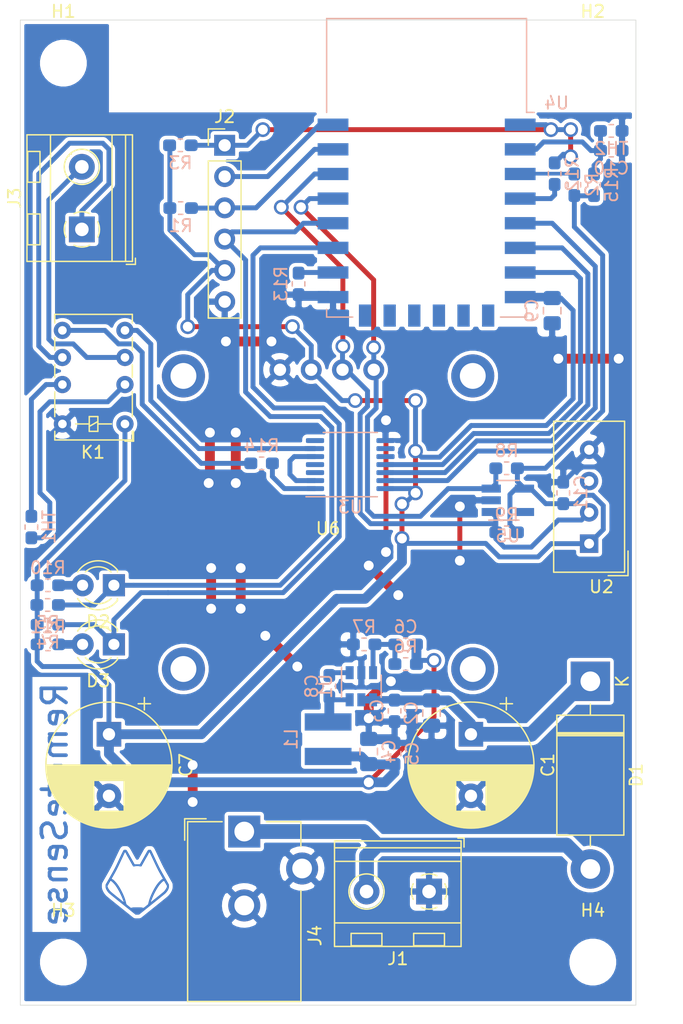
<source format=kicad_pcb>
(kicad_pcb (version 20171130) (host pcbnew 5.1.8-db9833491~88~ubuntu20.04.1)
  (layers (0 F.Cu signal) (31 B.Cu signal) (34 B.Paste user) (35 F.Paste user) (36 B.SilkS user) (37 F.SilkS user) (38 B.Mask user) (39 F.Mask user) (44 Edge.Cuts user))
  (net 0 "")
  (net 1 GND)
  (net 2 +12V)
  (net 3 +3V3)
  (net 4 /FB)
  (net 5 "Net-(D1-Pad2)")
  (net 6 /GPIO0)
  (net 7 /RXD)
  (net 8 /TXD)
  (net 9 /nRESET)
  (net 10 /nCH_PD)
  (net 11 /GPIO2)
  (net 12 "Net-(U2-Pad3)")
  (net 13 "Net-(D2-Pad2)")
  (net 14 "Net-(D3-Pad2)")
  (net 15 /SDA)
  (net 16 /DHT22_SCL)
  (net 17 /GPIO16)
  (net 18 /GPIO15)
  (net 19 "Net-(U3-Pad10)")
  (net 20 "Net-(U3-Pad9)")
  (net 21 "Net-(U3-Pad7)")
  (net 22 "Net-(U3-Pad4)")
  (net 23 "Net-(U3-Pad3)")
  (net 24 "Net-(U3-Pad2)")
  (net 25 "Net-(U4-Pad14)")
  (net 26 "Net-(U4-Pad13)")
  (net 27 "Net-(U4-Pad12)")
  (net 28 "Net-(U4-Pad11)")
  (net 29 "Net-(U4-Pad10)")
  (net 30 "Net-(U4-Pad9)")
  (net 31 /MOSI)
  (net 32 /CS)
  (net 33 /SCLK)
  (net 34 "Net-(J3-Pad2)")
  (net 35 "Net-(J3-Pad1)")
  (net 36 "Net-(C8-Pad2)")
  (net 37 "Net-(C8-Pad1)")
  (net 38 "Net-(U5-Pad5)")
  (net 39 /TC_LOW)
  (net 40 "Net-(K1-Pad7)")
  (net 41 /TC_HIGH)
  (net 42 "Net-(K1-Pad2)")
  (net 43 "Net-(R14-Pad1)")
  (net 44 /ADC)
  (module LED_THT:LED_D3.0mm (layer F.Cu) (at 117.6 105.7 180)
    (fp_text reference D3 (at 1.27 -2.96) (layer F.SilkS))
    (fp_text value LED)
    (pad 2 thru_hole circle (at 2.54 0 180) (size 1.8 1.8) (drill 0.9) (layers *.Cu *.Mask) (net 14 "Net-(D3-Pad2)"))
    (pad 1 thru_hole rect (at 0 0 180) (size 1.8 1.8) (drill 0.9) (layers *.Cu *.Mask) (net 11 /GPIO2))
  )
  (module LED_THT:LED_D3.0mm (layer F.Cu) (at 117.6 100.9 180)
    (fp_text reference D2 (at 1.27 -2.96) (layer F.SilkS))
    (fp_text value LED)
    (pad 2 thru_hole circle (at 2.54 0 180) (size 1.8 1.8) (drill 0.9) (layers *.Cu *.Mask) (net 13 "Net-(D2-Pad2)"))
    (pad 1 thru_hole rect (at 0 0 180) (size 1.8 1.8) (drill 0.9) (layers *.Cu *.Mask) (net 6 /GPIO0))
  )
  (module Capacitor_THT:CP_Radial_D10.0mm_P5.00mm (layer F.Cu) (at 117.2 113 270)
    (fp_text reference C7 (at 2.5 -6.25 90) (layer F.SilkS))
    (fp_text value 470uF)
    (pad 2 thru_hole circle (at 5 0 270) (size 2 2) (drill 1) (layers *.Cu *.Mask) (net 1 GND))
    (pad 1 thru_hole rect (at 0 0 270) (size 2 2) (drill 1) (layers *.Cu *.Mask) (net 3 +3V3))
  )
  (module Capacitor_THT:CP_Radial_D10.0mm_P5.00mm (layer F.Cu) (at 146.6 113 270)
    (fp_text reference C1 (at 2.5 -6.25 90) (layer F.SilkS))
    (fp_text value 470uF)
    (pad 2 thru_hole circle (at 5 0 270) (size 2 2) (drill 1) (layers *.Cu *.Mask) (net 1 GND))
    (pad 1 thru_hole rect (at 0 0 270) (size 2 2) (drill 1) (layers *.Cu *.Mask) (net 2 +12V))
  )
  (module TerminalBlock_RND:TerminalBlock_RND_205-00232_1x02_P5.08mm_Horizontal (layer F.Cu) (at 115 72 90)
    (fp_text reference J3 (at 2.54 -5.46 90) (layer F.SilkS))
    (fp_text value Screw_Terminal_01x02)
    (pad 2 thru_hole circle (at 5.08 0 90) (size 2.1 2.1) (drill 1.1) (layers *.Cu *.Mask) (net 34 "Net-(J3-Pad2)"))
    (pad 1 thru_hole rect (at 0 0 90) (size 2.1 2.1) (drill 1.1) (layers *.Cu *.Mask) (net 35 "Net-(J3-Pad1)"))
  )
  (module "KiCAD library:FOX_LOGO_COPPER" (layer B.Cu) (at 119.5 125 180)
    (fp_text reference MARK1 hide)
    (fp_text value LOGO hide)
    (fp_poly (pts (xy -0.865636 2.573781) (xy -0.843371 2.545224) (xy -0.816581 2.50518) (xy -0.790179 2.461109) (xy -0.783722 2.449427) (xy -0.769423 2.423376) (xy -0.745961 2.381072) (xy -0.714559 2.324705) (xy -0.676443 2.256465) (xy -0.632836 2.17854) (xy -0.584963 2.093122) (xy -0.534048 2.002398) (xy -0.481315 1.90856) (xy -0.477825 1.902354) (xy -0.217432 1.439333) (xy 0.217432 1.439333) (xy 0.477825 1.902354) (xy 0.530634 1.996321) (xy 0.581706 2.087315) (xy 0.629816 2.173149) (xy 0.67374 2.251631) (xy 0.712254 2.320573) (xy 0.744133 2.377785) (xy 0.768153 2.421078) (xy 0.783089 2.448261) (xy 0.783722 2.449427) (xy 0.809171 2.493305) (xy 0.836341 2.535179) (xy 0.86032 2.567591) (xy 0.865635 2.573781) (xy 0.902046 2.614083) (xy 1.088252 2.614083) (xy 1.119671 2.571361) (xy 1.130485 2.553228) (xy 1.149174 2.517995) (xy 1.174702 2.467765) (xy 1.206035 2.404637) (xy 1.242139 2.330714) (xy 1.281979 2.248097) (xy 1.324521 2.158887) (xy 1.36586 2.071298) (xy 1.439077 1.915417) (xy 1.504269 1.77679) (xy 1.562409 1.653512) (xy 1.614472 1.543676) (xy 1.66143 1.445377) (xy 1.704256 1.356711) (xy 1.743923 1.275771) (xy 1.781404 1.200653) (xy 1.817673 1.12945) (xy 1.853702 1.060258) (xy 1.890465 0.99117) (xy 1.928934 0.920282) (xy 1.970083 0.845687) (xy 2.014884 0.765482) (xy 2.064312 0.677759) (xy 2.119338 0.580614) (xy 2.180936 0.472141) (xy 2.196641 0.4445) (xy 2.566458 -0.206375) (xy 2.569988 -0.324352) (xy 2.571068 -0.379398) (xy 2.569906 -0.419998) (xy 2.565687 -0.452826) (xy 2.557598 -0.484555) (xy 2.546433 -0.517415) (xy 2.500529 -0.626189) (xy 2.443644 -0.725673) (xy 2.372274 -0.821427) (xy 2.313016 -0.887952) (xy 2.296807 -0.90298) (xy 2.265108 -0.930335) (xy 2.218981 -0.969151) (xy 2.159488 -1.018563) (xy 2.08769 -1.077704) (xy 2.00465 -1.145708) (xy 1.91143 -1.221711) (xy 1.809092 -1.304845) (xy 1.698698 -1.394246) (xy 1.581309 -1.489046) (xy 1.457989 -1.588382) (xy 1.329799 -1.691386) (xy 1.197801 -1.797193) (xy 1.19334 -1.800764) (xy 0.137722 -2.645833) (xy -0.002577 -2.645044) (xy -0.142875 -2.644255) (xy -1.183629 -1.810315) (xy -1.314624 -1.705272) (xy -1.441778 -1.603155) (xy -1.56403 -1.504826) (xy -1.680316 -1.411144) (xy -1.789576 -1.322971) (xy -1.890748 -1.241166) (xy -1.982769 -1.16659) (xy -2.064578 -1.100104) (xy -2.135112 -1.042568) (xy -2.193311 -0.994844) (xy -2.238111 -0.957791) (xy -2.268451 -0.93227) (xy -2.282945 -0.919458) (xy -2.3264 -0.873535) (xy -2.373137 -0.818039) (xy -2.418757 -0.758743) (xy -2.45886 -0.701417) (xy -2.489044 -0.651835) (xy -2.493628 -0.643111) (xy -2.510872 -0.605975) (xy -2.530379 -0.559369) (xy -2.546525 -0.517161) (xy -2.558723 -0.480857) (xy -2.566335 -0.449349) (xy -2.570171 -0.415969) (xy -2.571042 -0.374052) (xy -2.570668 -0.356399) (xy -2.41807 -0.356399) (xy -2.406596 -0.40165) (xy -2.384206 -0.456425) (xy -2.352635 -0.517723) (xy -2.313617 -0.582544) (xy -2.268889 -0.647886) (xy -2.220184 -0.710749) (xy -2.169238 -0.768131) (xy -2.147066 -0.79038) (xy -2.13239 -0.803272) (xy -2.103584 -0.827443) (xy -2.062342 -0.861528) (xy -2.010358 -0.90416) (xy -1.949325 -0.953974) (xy -1.880937 -1.009603) (xy -1.806888 -1.069681) (xy -1.728872 -1.132842) (xy -1.648582 -1.19772) (xy -1.567711 -1.262949) (xy -1.487955 -1.327163) (xy -1.411005 -1.388996) (xy -1.338557 -1.447081) (xy -1.272304 -1.500054) (xy -1.213939 -1.546546) (xy -1.165156 -1.585193) (xy -1.127649 -1.614629) (xy -1.103111 -1.633486) (xy -1.093237 -1.6404) (xy -1.093176 -1.640409) (xy -1.095594 -1.631015) (xy -1.103751 -1.605247) (xy -1.116464 -1.56673) (xy -1.132547 -1.519094) (xy -1.137645 -1.504171) (xy -1.20549 -1.321984) (xy -1.2863 -1.13204) (xy -1.377489 -0.939371) (xy -1.476473 -0.749012) (xy -1.580666 -0.565995) (xy -1.687482 -0.395356) (xy -1.765654 -0.281462) (xy -1.807555 -0.226903) (xy -1.857955 -0.167398) (xy -1.913144 -0.106799) (xy -1.969411 -0.048958) (xy -2.023048 0.002271) (xy -2.070344 0.043036) (xy -2.097482 0.063142) (xy -2.12989 0.084038) (xy -2.155619 0.099253) (xy -2.169543 0.105775) (xy -2.170084 0.105833) (xy -2.177365 0.097087) (xy -2.19306 0.072936) (xy -2.215366 0.036516) (xy -2.242482 -0.009037) (xy -2.272605 -0.060588) (xy -2.303936 -0.115003) (xy -2.334671 -0.169146) (xy -2.36301 -0.219881) (xy -2.387151 -0.264075) (xy -2.405292 -0.298591) (xy -2.415633 -0.320295) (xy -2.416892 -0.323674) (xy -2.41807 -0.356399) (xy -2.570668 -0.356399) (xy -2.569988 -0.324352) (xy -2.566458 -0.206375) (xy -2.295547 0.270427) (xy -2.081945 0.270427) (xy -2.074268 0.260743) (xy -2.0519 0.245911) (xy -2.019622 0.229084) (xy -2.018445 0.228532) (xy -1.98901 0.212916) (xy -1.95876 0.192439) (xy -1.924535 0.164483) (xy -1.883174 0.126429) (xy -1.831517 0.075661) (xy -1.820333 0.064418) (xy -1.723522 -0.04002) (xy -1.630408 -0.154886) (xy -1.539519 -0.282349) (xy -1.449385 -0.42458) (xy -1.358533 -0.583748) (xy -1.282196 -0.728958) (xy -1.196841 -0.901904) (xy -1.123563 -1.061877) (xy -1.061026 -1.212277) (xy -1.007896 -1.356507) (xy -0.962835 -1.497967) (xy -0.924727 -1.639175) (xy -0.910911 -1.694181) (xy -0.898396 -1.742257) (xy -0.888239 -1.779466) (xy -0.881501 -1.80187) (xy -0.879827 -1.806148) (xy -0.869898 -1.816129) (xy -0.845885 -1.837159) (xy -0.810291 -1.867138) (xy -0.765621 -1.903968) (xy -0.714378 -1.945551) (xy -0.693208 -1.962558) (xy -0.629084 -2.013358) (xy -0.57926 -2.05143) (xy -0.542061 -2.077928) (xy -0.515809 -2.094004) (xy -0.498827 -2.100812) (xy -0.492125 -2.10086) (xy -0.47116 -2.095196) (xy -0.437411 -2.086194) (xy -0.402167 -2.076855) (xy -0.379674 -2.071649) (xy -0.354251 -2.067525) (xy -0.323291 -2.064369) (xy -0.284187 -2.062067) (xy -0.234333 -2.060506) (xy -0.171123 -2.059573) (xy -0.091948 -2.059155) (xy 0.005292 -2.059137) (xy 0.100183 -2.059348) (xy 0.176657 -2.059802) (xy 0.237465 -2.060654) (xy 0.285357 -2.062057) (xy 0.323081 -2.064165) (xy 0.35339 -2.067134) (xy 0.379031 -2.071116) (xy 0.402756 -2.076267) (xy 0.427315 -2.08274) (xy 0.427571 -2.082811) (xy 0.469691 -2.093081) (xy 0.502592 -2.098358) (xy 0.521299 -2.097896) (xy 0.522821 -2.09711) (xy 0.560294 -2.067994) (xy 0.604835 -2.032772) (xy 0.65363 -1.99374) (xy 0.703859 -1.953197) (xy 0.752708 -1.913438) (xy 0.797358 -1.876759) (xy 0.834993 -1.845459) (xy 0.862796 -1.821832) (xy 0.87795 -1.808177) (xy 0.879827 -1.806043) (xy 0.884611 -1.791916) (xy 0.893306 -1.761147) (xy 0.904853 -1.717671) (xy 0.918194 -1.665421) (xy 0.924727 -1.639175) (xy 0.926431 -1.632864) (xy 1.101986 -1.632864) (xy 1.103317 -1.632702) (xy 1.113751 -1.624405) (xy 1.139244 -1.604059) (xy 1.178327 -1.572837) (xy 1.229532 -1.531915) (xy 1.291391 -1.482465) (xy 1.362433 -1.425662) (xy 1.441191 -1.36268) (xy 1.526196 -1.294694) (xy 1.615979 -1.222876) (xy 1.61925 -1.220259) (xy 1.73287 -1.129221) (xy 1.831212 -1.050022) (xy 1.915654 -0.98144) (xy 1.987569 -0.922246) (xy 2.048333 -0.871216) (xy 2.099322 -0.827124) (xy 2.14191 -0.788745) (xy 2.177474 -0.754853) (xy 2.207389 -0.724221) (xy 2.233029 -0.695626) (xy 2.25577 -0.66784) (xy 2.276988 -0.639638) (xy 2.287866 -0.624417) (xy 2.326905 -0.56452) (xy 2.360982 -0.503627) (xy 2.388539 -0.445366) (xy 2.408022 -0.393362) (xy 2.417874 -0.351242) (xy 2.416892 -0.323674) (xy 2.409083 -0.306159) (xy 2.392964 -0.274946) (xy 2.370336 -0.233169) (xy 2.343 -0.183965) (xy 2.31276 -0.130467) (xy 2.281415 -0.075811) (xy 2.250767 -0.023133) (xy 2.222619 0.024433) (xy 2.198771 0.063751) (xy 2.181026 0.091687) (xy 2.171184 0.105105) (xy 2.170083 0.105833) (xy 2.157603 0.100334) (xy 2.132813 0.085843) (xy 2.100836 0.065375) (xy 2.097481 0.063142) (xy 2.056766 0.031903) (xy 2.007135 -0.012474) (xy 1.9523 -0.066135) (xy 1.895969 -0.125228) (xy 1.841852 -0.185902) (xy 1.793658 -0.244303) (xy 1.765653 -0.281462) (xy 1.658096 -0.440582) (xy 1.55135 -0.615768) (xy 1.447996 -0.801993) (xy 1.350614 -0.99423) (xy 1.261787 -1.187453) (xy 1.184094 -1.376634) (xy 1.137202 -1.505464) (xy 1.121175 -1.554151) (xy 1.109388 -1.593774) (xy 1.102704 -1.621092) (xy 1.101986 -1.632864) (xy 0.926431 -1.632864) (xy 0.96309 -1.497098) (xy 1.008196 -1.355632) (xy 1.061381 -1.211374) (xy 1.123979 -1.060925) (xy 1.197327 -0.900883) (xy 1.282196 -0.728958) (xy 1.374742 -0.554226) (xy 1.465359 -0.398216) (xy 1.55552 -0.258759) (xy 1.646696 -0.133685) (xy 1.740357 -0.020824) (xy 1.820333 0.064418) (xy 1.874292 0.117885) (xy 1.917357 0.158142) (xy 1.95269 0.187806) (xy 1.983449 0.209497) (xy 2.012795 0.225831) (xy 2.018444 0.228532) (xy 2.050968 0.245371) (xy 2.073738 0.26032) (xy 2.081975 0.270223) (xy 2.081944 0.270427) (xy 2.076363 0.281834) (xy 2.061452 0.309564) (xy 2.038361 0.351547) (xy 2.008243 0.405715) (xy 1.972246 0.470001) (xy 1.931523 0.542337) (xy 1.887223 0.620654) (xy 1.878774 0.635552) (xy 1.826831 0.727813) (xy 1.77878 0.81485) (xy 1.733036 0.89977) (xy 1.68801 0.985683) (xy 1.642115 1.075696) (xy 1.593766 1.172917) (xy 1.541375 1.280455) (xy 1.483355 1.401417) (xy 1.425168 1.524) (xy 1.376291 1.627444) (xy 1.32868 1.728381) (xy 1.283379 1.824588) (xy 1.241429 1.913846) (xy 1.203872 1.993933) (xy 1.17175 2.062628) (xy 1.146107 2.11771) (xy 1.127983 2.156959) (xy 1.122233 2.169583) (xy 1.097031 2.2245) (xy 1.069922 2.282134) (xy 1.044907 2.334037) (xy 1.032322 2.359399) (xy 0.992592 2.43809) (xy 0.973032 2.412316) (xy 0.961697 2.394414) (xy 0.942877 2.361416) (xy 0.918655 2.317108) (xy 0.89111 2.265276) (xy 0.871609 2.227792) (xy 0.84376 2.174351) (xy 0.818604 2.127132) (xy 0.797994 2.089529) (xy 0.783779 2.064934) (xy 0.778519 2.057159) (xy 0.771083 2.045631) (xy 0.754477 2.017607) (xy 0.72984 1.975078) (xy 0.698309 1.920034) (xy 0.661023 1.854467) (xy 0.619119 1.780367) (xy 0.573737 1.699725) (xy 0.550333 1.657996) (xy 0.333375 1.270715) (xy 0.273037 1.270358) (xy 0.226263 1.273156) (xy 0.175167 1.280674) (xy 0.151751 1.285875) (xy 0.091194 1.296402) (xy 0.019323 1.300942) (xy -0.054872 1.299497) (xy -0.122402 1.292066) (xy -0.151751 1.285875) (xy -0.198766 1.276674) (xy -0.249788 1.271127) (xy -0.273037 1.270358) (xy -0.333375 1.270715) (xy -0.550333 1.657996) (xy -0.597017 1.741139) (xy -0.640786 1.818727) (xy -0.6805 1.888767) (xy -0.715022 1.949269) (xy -0.743214 1.998243) (xy -0.763938 2.033696) (xy -0.776056 2.053639) (xy -0.778519 2.057159) (xy -0.786927 2.070176) (xy -0.803075 2.098667) (xy -0.825114 2.139238) (xy -0.85119 2.188497) (xy -0.87161 2.227792) (xy -0.900223 2.282571) (xy -0.926925 2.332392) (xy -0.949633 2.373469) (xy -0.966268 2.402015) (xy -0.973032 2.412316) (xy -0.992592 2.43809) (xy -1.032322 2.359399) (xy -1.054072 2.315194) (xy -1.080372 2.260074) (xy -1.107218 2.202489) (xy -1.122233 2.169583) (xy -1.136353 2.138775) (xy -1.158496 2.091061) (xy -1.18762 2.028661) (xy -1.222682 1.953797) (xy -1.262641 1.86869) (xy -1.306455 1.775561) (xy -1.353081 1.676631) (xy -1.401476 1.57412) (xy -1.425169 1.524) (xy -1.489593 1.388339) (xy -1.546965 1.268892) (xy -1.59887 1.162553) (xy -1.646895 1.066211) (xy -1.692628 0.97676) (xy -1.737655 0.891092) (xy -1.783563 0.806097) (xy -1.831938 0.718669) (xy -1.878774 0.635552) (xy -1.923606 0.556359) (xy -1.965074 0.482768) (xy -2.002027 0.416846) (xy -2.033313 0.36066) (xy -2.057783 0.31628) (xy -2.074286 0.285773) (xy -2.08167 0.271206) (xy -2.081945 0.270427) (xy -2.295547 0.270427) (xy -2.196641 0.4445) (xy -2.133339 0.555944) (xy -2.07684 0.655607) (xy -2.02617 0.745396) (xy -1.980358 0.827214) (xy -1.93843 0.902969) (xy -1.899412 0.974565) (xy -1.862332 1.043908) (xy -1.826217 1.112903) (xy -1.790093 1.183456) (xy -1.752988 1.257472) (xy -1.713928 1.336856) (xy -1.671941 1.423514) (xy -1.626053 1.519352) (xy -1.575291 1.626275) (xy -1.518682 1.746188) (xy -1.455253 1.880996) (xy -1.384031 2.032606) (xy -1.365861 2.071298) (xy -1.321728 2.164775) (xy -1.279328 2.253625) (xy -1.239697 2.335747) (xy -1.203868 2.40904) (xy -1.172877 2.471402) (xy -1.147757 2.520732) (xy -1.129543 2.554929) (xy -1.119671 2.571361) (xy -1.088252 2.614083) (xy -0.902047 2.614083) (xy -0.865636 2.573781)) (layer B.Cu) (width 0.01))
  )
  (module Capacitor_SMD:C_0603_1608Metric_Pad1.05x0.95mm_HandSolder (layer B.Cu) (at 154.1 93.4 90)
    (fp_text reference C11 (at 0 1.43 90) (layer B.SilkS) (effects (justify mirror)))
    (fp_text value 100nF)
    (pad 2 smd roundrect (at 0.875 0 90) (size 1.05 0.95) (layers B.Cu B.Paste B.Mask) (net 1 GND))
    (pad 1 smd roundrect (at -0.875 0 90) (size 1.05 0.95) (layers B.Cu B.Paste B.Mask) (net 3 +3V3))
  )
  (module Sensor:Aosong_DHT11_5.5x12.0_P2.54mm (layer F.Cu) (at 156.2 97.52 180)
    (fp_text reference U2 (at -1 -3.5) (layer F.SilkS))
    (fp_text value DHT11)
    (pad 4 thru_hole circle (at 0 7.62 180) (size 1.5 1.5) (drill 0.8) (layers *.Cu *.Mask) (net 1 GND))
    (pad 3 thru_hole circle (at 0 5.08 180) (size 1.5 1.5) (drill 0.8) (layers *.Cu *.Mask) (net 12 "Net-(U2-Pad3)"))
    (pad 2 thru_hole circle (at 0 2.54 180) (size 1.5 1.5) (drill 0.8) (layers *.Cu *.Mask) (net 16 /DHT22_SCL))
    (pad 1 thru_hole rect (at 0 0 180) (size 1.5 1.5) (drill 0.8) (layers *.Cu *.Mask) (net 3 +3V3))
  )
  (module "KiCAD library:OLED_LCD_I2C_0.96" (layer F.Cu) (at 135 95.8)
    (fp_text reference U6 (at 0 0.5) (layer F.SilkS))
    (fp_text value OLED_LCD_I2C_0.96)
    (pad 4 thru_hole circle (at 3.71 -12.4) (size 1.7 1.7) (drill 1) (layers *.Cu *.Mask) (net 15 /SDA))
    (pad 3 thru_hole circle (at 1.17 -12.4) (size 1.7 1.7) (drill 1) (layers *.Cu *.Mask) (net 16 /DHT22_SCL))
    (pad 2 thru_hole circle (at -1.37 -12.4) (size 1.7 1.7) (drill 1) (layers *.Cu *.Mask) (net 3 +3V3))
    (pad 1 thru_hole circle (at -3.91 -12.4) (size 1.7 1.7) (drill 1) (layers *.Cu *.Mask) (net 1 GND))
    (pad "" thru_hole circle (at -11.75 11.9) (size 3.5 3.5) (drill 2.1) (layers *.Cu *.Mask))
    (pad "" thru_hole circle (at 11.75 11.9) (size 3.5 3.5) (drill 2.1) (layers *.Cu *.Mask))
    (pad "" thru_hole circle (at -11.75 -11.9) (size 3.5 3.5) (drill 2.1) (layers *.Cu *.Mask))
    (pad "" thru_hole circle (at 11.75 -11.9) (size 3.5 3.5) (drill 2.1) (layers *.Cu *.Mask))
  )
  (module Resistor_SMD:R_0603_1608Metric_Pad1.05x0.95mm_HandSolder (layer B.Cu) (at 158 64)
    (fp_text reference TH2 (at 0 1.43) (layer B.SilkS) (effects (justify mirror)))
    (fp_text value Thermistor_NTC)
    (pad 2 smd roundrect (at 0.875 0) (size 1.05 0.95) (layers B.Cu B.Paste B.Mask) (net 1 GND))
    (pad 1 smd roundrect (at -0.875 0) (size 1.05 0.95) (layers B.Cu B.Paste B.Mask) (net 44 /ADC))
  )
  (module Resistor_SMD:R_0603_1608Metric_Pad1.05x0.95mm_HandSolder (layer B.Cu) (at 156.6 68.375 90)
    (fp_text reference R15 (at 0 1.43 90) (layer B.SilkS) (effects (justify mirror)))
    (fp_text value R)
    (pad 2 smd roundrect (at 0.875 0 90) (size 1.05 0.95) (layers B.Cu B.Paste B.Mask) (net 44 /ADC))
    (pad 1 smd roundrect (at -0.875 0 90) (size 1.05 0.95) (layers B.Cu B.Paste B.Mask) (net 3 +3V3))
  )
  (module Capacitor_SMD:C_0603_1608Metric_Pad1.05x0.95mm_HandSolder (layer B.Cu) (at 158 65.6)
    (fp_text reference C10 (at 0 1.43) (layer B.SilkS) (effects (justify mirror)))
    (fp_text value 100nF)
    (pad 2 smd roundrect (at 0.875 0) (size 1.05 0.95) (layers B.Cu B.Paste B.Mask) (net 1 GND))
    (pad 1 smd roundrect (at -0.875 0) (size 1.05 0.95) (layers B.Cu B.Paste B.Mask) (net 44 /ADC))
  )
  (module Capacitor_SMD:C_0805_2012Metric_Pad1.15x1.40mm_HandSolder (layer B.Cu) (at 153.2 78.6 270)
    (fp_text reference C9 (at 0 1.65 270) (layer B.SilkS) (effects (justify mirror)))
    (fp_text value 10uF)
    (pad 2 smd roundrect (at 1.025 0 270) (size 1.15 1.4) (layers B.Cu B.Paste B.Mask) (roundrect_rratio 0.2173904347826087) (net 1 GND))
    (pad 1 smd roundrect (at -1.025 0 270) (size 1.15 1.4) (layers B.Cu B.Paste B.Mask) (roundrect_rratio 0.2173904347826087) (net 3 +3V3))
  )
  (module Resistor_SMD:R_0603_1608Metric_Pad1.05x0.95mm_HandSolder (layer B.Cu) (at 110.9 96.175 90)
    (fp_text reference TH1 (at 0 1.43 90) (layer B.SilkS) (effects (justify mirror)))
    (fp_text value Thermistor_NTC)
    (pad 2 smd roundrect (at 0.875 0 90) (size 1.05 0.95) (layers B.Cu B.Paste B.Mask) (net 40 "Net-(K1-Pad7)"))
    (pad 1 smd roundrect (at -0.875 0 90) (size 1.05 0.95) (layers B.Cu B.Paste B.Mask) (net 42 "Net-(K1-Pad2)"))
  )
  (module Resistor_SMD:R_0603_1608Metric_Pad1.05x0.95mm_HandSolder (layer B.Cu) (at 129.6 91 180)
    (fp_text reference R14 (at 0 1.43) (layer B.SilkS) (effects (justify mirror)))
    (fp_text value 47k)
    (pad 2 smd roundrect (at 0.875 0 180) (size 1.05 0.95) (layers B.Cu B.Paste B.Mask) (net 41 /TC_HIGH))
    (pad 1 smd roundrect (at -0.875 0 180) (size 1.05 0.95) (layers B.Cu B.Paste B.Mask) (net 43 "Net-(R14-Pad1)"))
  )
  (module Relay_THT:Relay_DPDT_AXICOM_IMSeries_Pitch5.08mm (layer F.Cu) (at 118.5 87.8 180)
    (fp_text reference K1 (at 2.6 -2.3) (layer F.SilkS))
    (fp_text value IM01)
    (pad 5 thru_hole circle (at 5.08 7.6 180) (size 1.4 1.4) (drill 0.7) (layers *.Cu *.Mask) (net 41 /TC_HIGH))
    (pad 6 thru_hole circle (at 5.08 5.4 180) (size 1.4 1.4) (drill 0.7) (layers *.Cu *.Mask) (net 35 "Net-(J3-Pad1)"))
    (pad 7 thru_hole circle (at 5.08 3.2 180) (size 1.4 1.4) (drill 0.7) (layers *.Cu *.Mask) (net 40 "Net-(K1-Pad7)"))
    (pad 4 thru_hole circle (at 0 7.6 180) (size 1.4 1.4) (drill 0.7) (layers *.Cu *.Mask) (net 39 /TC_LOW))
    (pad 3 thru_hole circle (at 0 5.4 180) (size 1.4 1.4) (drill 0.7) (layers *.Cu *.Mask) (net 34 "Net-(J3-Pad2)"))
    (pad 2 thru_hole circle (at 0 3.2 180) (size 1.4 1.4) (drill 0.7) (layers *.Cu *.Mask) (net 42 "Net-(K1-Pad2)"))
    (pad 8 thru_hole circle (at 5.08 0 180) (size 1.4 1.4) (drill 0.7) (layers *.Cu *.Mask) (net 1 GND))
    (pad 1 thru_hole circle (at 0 0 180) (size 1.4 1.4) (drill 0.7) (layers *.Cu *.Mask) (net 3 +3V3))
  )
  (module Package_TO_SOT_SMD:SOT-23-5_HandSoldering (layer B.Cu) (at 149.6 94)
    (fp_text reference U5 (at 0 2.9) (layer B.SilkS) (effects (justify mirror)))
    (fp_text value Si7060)
    (pad 5 smd rect (at 1.35 0.95) (size 1.56 0.65) (layers B.Cu B.Paste B.Mask) (net 38 "Net-(U5-Pad5)"))
    (pad 4 smd rect (at 1.35 -0.95) (size 1.56 0.65) (layers B.Cu B.Paste B.Mask) (net 3 +3V3))
    (pad 3 smd rect (at -1.35 -0.95) (size 1.56 0.65) (layers B.Cu B.Paste B.Mask) (net 15 /SDA))
    (pad 2 smd rect (at -1.35 0) (size 1.56 0.65) (layers B.Cu B.Paste B.Mask) (net 1 GND))
    (pad 1 smd rect (at -1.35 0.95) (size 1.56 0.65) (layers B.Cu B.Paste B.Mask) (net 16 /DHT22_SCL))
  )
  (module Package_TO_SOT_SMD:SOT-23-6 (layer B.Cu) (at 137.7 109.1 270)
    (fp_text reference U1 (at 0 2.9 90) (layer B.SilkS) (effects (justify mirror)))
    (fp_text value BL9341)
    (pad 5 smd rect (at 1.1 0 270) (size 1.06 0.65) (layers B.Cu B.Paste B.Mask) (net 2 +12V))
    (pad 6 smd rect (at 1.1 0.95 270) (size 1.06 0.65) (layers B.Cu B.Paste B.Mask) (net 36 "Net-(C8-Pad2)"))
    (pad 4 smd rect (at 1.1 -0.95 270) (size 1.06 0.65) (layers B.Cu B.Paste B.Mask) (net 2 +12V))
    (pad 3 smd rect (at -1.1 -0.95 270) (size 1.06 0.65) (layers B.Cu B.Paste B.Mask) (net 4 /FB))
    (pad 2 smd rect (at -1.1 0 270) (size 1.06 0.65) (layers B.Cu B.Paste B.Mask) (net 1 GND))
    (pad 1 smd rect (at -1.1 0.95 270) (size 1.06 0.65) (layers B.Cu B.Paste B.Mask) (net 37 "Net-(C8-Pad1)"))
  )
  (module Capacitor_SMD:C_0603_1608Metric_Pad1.05x0.95mm_HandSolder (layer B.Cu) (at 135.1 109.1 270)
    (fp_text reference C8 (at 0 1.43 90) (layer B.SilkS) (effects (justify mirror)))
    (fp_text value 100nF)
    (pad 2 smd roundrect (at 0.875 0 270) (size 1.05 0.95) (layers B.Cu B.Paste B.Mask) (net 36 "Net-(C8-Pad2)"))
    (pad 1 smd roundrect (at -0.875 0 270) (size 1.05 0.95) (layers B.Cu B.Paste B.Mask) (net 37 "Net-(C8-Pad1)"))
  )
  (module MountingHole:MountingHole_3.2mm_M3 (layer F.Cu) (at 156.5 131.5)
    (fp_text reference H4 (at 0 -4.2) (layer F.SilkS))
    (fp_text value MountingHole)
    (pad 1 np_thru_hole circle (at 0 0) (size 3.2 3.2) (drill 3.2) (layers *.Cu *.Mask))
  )
  (module MountingHole:MountingHole_3.2mm_M3 (layer F.Cu) (at 113.5 131.5)
    (fp_text reference H3 (at 0 -4.2) (layer F.SilkS))
    (fp_text value MountingHole)
    (pad 1 np_thru_hole circle (at 0 0) (size 3.2 3.2) (drill 3.2) (layers *.Cu *.Mask))
  )
  (module MountingHole:MountingHole_3.2mm_M3 (layer F.Cu) (at 156.5 58.5)
    (fp_text reference H2 (at 0 -4.2) (layer F.SilkS))
    (fp_text value MountingHole)
    (pad 1 np_thru_hole circle (at 0 0) (size 3.2 3.2) (drill 3.2) (layers *.Cu *.Mask))
  )
  (module MountingHole:MountingHole_3.2mm_M3 (layer F.Cu) (at 113.5 58.5)
    (fp_text reference H1 (at 0 -4.2) (layer F.SilkS))
    (fp_text value MountingHole)
    (pad 1 np_thru_hole circle (at 0 0) (size 3.2 3.2) (drill 3.2) (layers *.Cu *.Mask))
  )
  (module Package_SO:TSSOP-14_4.4x5mm_P0.65mm (layer B.Cu) (at 136.8 91.1)
    (fp_text reference U3 (at 0 3.45) (layer B.SilkS) (effects (justify mirror)))
    (fp_text value MAX5489)
    (pad 14 smd roundrect (at 2.8625 1.95) (size 1.475 0.4) (layers B.Cu B.Paste B.Mask) (net 3 +3V3))
    (pad 13 smd roundrect (at 2.8625 1.3) (size 1.475 0.4) (layers B.Cu B.Paste B.Mask) (net 33 /SCLK))
    (pad 12 smd roundrect (at 2.8625 0.65) (size 1.475 0.4) (layers B.Cu B.Paste B.Mask) (net 31 /MOSI))
    (pad 11 smd roundrect (at 2.8625 0) (size 1.475 0.4) (layers B.Cu B.Paste B.Mask) (net 32 /CS))
    (pad 10 smd roundrect (at 2.8625 -0.65) (size 1.475 0.4) (layers B.Cu B.Paste B.Mask) (net 19 "Net-(U3-Pad10)"))
    (pad 9 smd roundrect (at 2.8625 -1.3) (size 1.475 0.4) (layers B.Cu B.Paste B.Mask) (net 20 "Net-(U3-Pad9)"))
    (pad 8 smd roundrect (at 2.8625 -1.95) (size 1.475 0.4) (layers B.Cu B.Paste B.Mask) (net 1 GND))
    (pad 7 smd roundrect (at -2.8625 -1.95) (size 1.475 0.4) (layers B.Cu B.Paste B.Mask) (net 21 "Net-(U3-Pad7)"))
    (pad 6 smd roundrect (at -2.8625 -1.3) (size 1.475 0.4) (layers B.Cu B.Paste B.Mask) (net 39 /TC_LOW))
    (pad 5 smd roundrect (at -2.8625 -0.65) (size 1.475 0.4) (layers B.Cu B.Paste B.Mask) (net 24 "Net-(U3-Pad2)"))
    (pad 4 smd roundrect (at -2.8625 0) (size 1.475 0.4) (layers B.Cu B.Paste B.Mask) (net 22 "Net-(U3-Pad4)"))
    (pad 3 smd roundrect (at -2.8625 0.65) (size 1.475 0.4) (layers B.Cu B.Paste B.Mask) (net 23 "Net-(U3-Pad3)"))
    (pad 2 smd roundrect (at -2.8625 1.3) (size 1.475 0.4) (layers B.Cu B.Paste B.Mask) (net 24 "Net-(U3-Pad2)"))
    (pad 1 smd roundrect (at -2.8625 1.95) (size 1.475 0.4) (layers B.Cu B.Paste B.Mask) (net 43 "Net-(R14-Pad1)"))
  )
  (module Connector_BarrelJack:BarrelJack_CUI_PJ-102AH_Horizontal (layer F.Cu) (at 128.19 120.9)
    (fp_text reference J4 (at 5.75 8.45 90) (layer F.SilkS))
    (fp_text value Barrel_Jack_Switch)
    (pad 3 thru_hole circle (at 4.7 3) (size 2.6 2.6) (drill 1.6) (layers *.Cu *.Mask) (net 1 GND))
    (pad 2 thru_hole circle (at 0 6) (size 2.6 2.6) (drill 1.6) (layers *.Cu *.Mask) (net 1 GND))
    (pad 1 thru_hole rect (at 0 0) (size 2.6 2.6) (drill 1.6) (layers *.Cu *.Mask) (net 5 "Net-(D1-Pad2)"))
  )
  (module RF_Module:ESP-12E (layer B.Cu) (at 143 67 180)
    (fp_text reference U4 (at -10.56 5.26) (layer B.SilkS) (effects (justify mirror)))
    (fp_text value ESP-12E)
    (pad 22 smd rect (at 7.6 3.5 180) (size 2.5 1) (layers B.Cu B.Paste B.Mask) (net 8 /TXD))
    (pad 21 smd rect (at 7.6 1.5 180) (size 2.5 1) (layers B.Cu B.Paste B.Mask) (net 7 /RXD))
    (pad 20 smd rect (at 7.6 -0.5 180) (size 2.5 1) (layers B.Cu B.Paste B.Mask) (net 16 /DHT22_SCL))
    (pad 19 smd rect (at 7.6 -2.5 180) (size 2.5 1) (layers B.Cu B.Paste B.Mask) (net 15 /SDA))
    (pad 18 smd rect (at 7.6 -4.5 180) (size 2.5 1) (layers B.Cu B.Paste B.Mask) (net 6 /GPIO0))
    (pad 17 smd rect (at 7.6 -6.5 180) (size 2.5 1) (layers B.Cu B.Paste B.Mask) (net 11 /GPIO2))
    (pad 16 smd rect (at 7.6 -8.5 180) (size 2.5 1) (layers B.Cu B.Paste B.Mask) (net 18 /GPIO15))
    (pad 15 smd rect (at 7.6 -10.5 180) (size 2.5 1) (layers B.Cu B.Paste B.Mask) (net 1 GND))
    (pad 14 smd rect (at 5 -12 180) (size 1 1.8) (layers B.Cu B.Paste B.Mask) (net 25 "Net-(U4-Pad14)"))
    (pad 13 smd rect (at 3 -12 180) (size 1 1.8) (layers B.Cu B.Paste B.Mask) (net 26 "Net-(U4-Pad13)"))
    (pad 12 smd rect (at 1 -12 180) (size 1 1.8) (layers B.Cu B.Paste B.Mask) (net 27 "Net-(U4-Pad12)"))
    (pad 11 smd rect (at -1 -12 180) (size 1 1.8) (layers B.Cu B.Paste B.Mask) (net 28 "Net-(U4-Pad11)"))
    (pad 10 smd rect (at -3 -12 180) (size 1 1.8) (layers B.Cu B.Paste B.Mask) (net 29 "Net-(U4-Pad10)"))
    (pad 9 smd rect (at -5 -12 180) (size 1 1.8) (layers B.Cu B.Paste B.Mask) (net 30 "Net-(U4-Pad9)"))
    (pad 8 smd rect (at -7.6 -10.5 180) (size 2.5 1) (layers B.Cu B.Paste B.Mask) (net 3 +3V3))
    (pad 7 smd rect (at -7.6 -8.5 180) (size 2.5 1) (layers B.Cu B.Paste B.Mask) (net 32 /CS))
    (pad 6 smd rect (at -7.6 -6.5 180) (size 2.5 1) (layers B.Cu B.Paste B.Mask) (net 31 /MOSI))
    (pad 5 smd rect (at -7.6 -4.5 180) (size 2.5 1) (layers B.Cu B.Paste B.Mask) (net 33 /SCLK))
    (pad 4 smd rect (at -7.6 -2.5 180) (size 2.5 1) (layers B.Cu B.Paste B.Mask) (net 17 /GPIO16))
    (pad 3 smd rect (at -7.6 -0.5 180) (size 2.5 1) (layers B.Cu B.Paste B.Mask) (net 10 /nCH_PD))
    (pad 2 smd rect (at -7.6 1.5 180) (size 2.5 1) (layers B.Cu B.Paste B.Mask) (net 44 /ADC))
    (pad 1 smd rect (at -7.6 3.5 180) (size 2.5 1) (layers B.Cu B.Paste B.Mask) (net 9 /nRESET))
  )
  (module Resistor_SMD:R_0603_1608Metric_Pad1.05x0.95mm_HandSolder (layer B.Cu) (at 132.6 76.425 270)
    (fp_text reference R13 (at 0 1.43 90) (layer B.SilkS) (effects (justify mirror)))
    (fp_text value R)
    (pad 2 smd roundrect (at 0.875 0 270) (size 1.05 0.95) (layers B.Cu B.Paste B.Mask) (net 1 GND))
    (pad 1 smd roundrect (at -0.875 0 270) (size 1.05 0.95) (layers B.Cu B.Paste B.Mask) (net 18 /GPIO15))
  )
  (module Resistor_SMD:R_0603_1608Metric_Pad1.05x0.95mm_HandSolder (layer B.Cu) (at 153.4 67.475 90)
    (fp_text reference R12 (at 0 1.43 90) (layer B.SilkS) (effects (justify mirror)))
    (fp_text value R)
    (pad 2 smd roundrect (at 0.875 0 90) (size 1.05 0.95) (layers B.Cu B.Paste B.Mask) (net 9 /nRESET))
    (pad 1 smd roundrect (at -0.875 0 90) (size 1.05 0.95) (layers B.Cu B.Paste B.Mask) (net 17 /GPIO16))
  )
  (module Resistor_SMD:R_0603_1608Metric_Pad1.05x0.95mm_HandSolder (layer B.Cu) (at 112.245 105.7 180)
    (fp_text reference R11 (at 0 1.43) (layer B.SilkS) (effects (justify mirror)))
    (fp_text value R)
    (pad 2 smd roundrect (at 0.875 0 180) (size 1.05 0.95) (layers B.Cu B.Paste B.Mask) (net 3 +3V3))
    (pad 1 smd roundrect (at -0.875 0 180) (size 1.05 0.95) (layers B.Cu B.Paste B.Mask) (net 14 "Net-(D3-Pad2)"))
  )
  (module Resistor_SMD:R_0603_1608Metric_Pad1.05x0.95mm_HandSolder (layer B.Cu) (at 112.245 100.9 180)
    (fp_text reference R10 (at 0 1.43) (layer B.SilkS) (effects (justify mirror)))
    (fp_text value R)
    (pad 2 smd roundrect (at 0.875 0 180) (size 1.05 0.95) (layers B.Cu B.Paste B.Mask) (net 3 +3V3))
    (pad 1 smd roundrect (at -0.875 0 180) (size 1.05 0.95) (layers B.Cu B.Paste B.Mask) (net 13 "Net-(D2-Pad2)"))
  )
  (module Resistor_SMD:R_0603_1608Metric_Pad1.05x0.95mm_HandSolder (layer B.Cu) (at 149.5 96.6 180)
    (fp_text reference R9 (at 0 1.43) (layer B.SilkS) (effects (justify mirror)))
    (fp_text value R)
    (pad 2 smd roundrect (at 0.875 0 180) (size 1.05 0.95) (layers B.Cu B.Paste B.Mask) (net 16 /DHT22_SCL))
    (pad 1 smd roundrect (at -0.875 0 180) (size 1.05 0.95) (layers B.Cu B.Paste B.Mask) (net 3 +3V3))
  )
  (module Resistor_SMD:R_0603_1608Metric_Pad1.05x0.95mm_HandSolder (layer B.Cu) (at 149.5 91.4 180)
    (fp_text reference R8 (at 0 1.43) (layer B.SilkS) (effects (justify mirror)))
    (fp_text value R)
    (pad 2 smd roundrect (at 0.875 0 180) (size 1.05 0.95) (layers B.Cu B.Paste B.Mask) (net 15 /SDA))
    (pad 1 smd roundrect (at -0.875 0 180) (size 1.05 0.95) (layers B.Cu B.Paste B.Mask) (net 3 +3V3))
  )
  (module Resistor_SMD:R_0603_1608Metric_Pad1.05x0.95mm_HandSolder (layer B.Cu) (at 137.925 105.7 180)
    (fp_text reference R7 (at 0 1.43) (layer B.SilkS) (effects (justify mirror)))
    (fp_text value 4.7k)
    (pad 2 smd roundrect (at 0.875 0 180) (size 1.05 0.95) (layers B.Cu B.Paste B.Mask) (net 1 GND))
    (pad 1 smd roundrect (at -0.875 0 180) (size 1.05 0.95) (layers B.Cu B.Paste B.Mask) (net 4 /FB))
  )
  (module Resistor_SMD:R_0603_1608Metric_Pad1.05x0.95mm_HandSolder (layer B.Cu) (at 141.3 107.3 180)
    (fp_text reference R6 (at 0 1.43) (layer B.SilkS) (effects (justify mirror)))
    (fp_text value 15k)
    (pad 2 smd roundrect (at 0.875 0 180) (size 1.05 0.95) (layers B.Cu B.Paste B.Mask) (net 4 /FB))
    (pad 1 smd roundrect (at -0.875 0 180) (size 1.05 0.95) (layers B.Cu B.Paste B.Mask) (net 3 +3V3))
  )
  (module Resistor_SMD:R_0603_1608Metric_Pad1.05x0.95mm_HandSolder (layer B.Cu) (at 112.225 102.5)
    (fp_text reference R5 (at 0 1.43) (layer B.SilkS) (effects (justify mirror)))
    (fp_text value R)
    (pad 2 smd roundrect (at 0.875 0) (size 1.05 0.95) (layers B.Cu B.Paste B.Mask) (net 6 /GPIO0))
    (pad 1 smd roundrect (at -0.875 0) (size 1.05 0.95) (layers B.Cu B.Paste B.Mask) (net 3 +3V3))
  )
  (module Resistor_SMD:R_0603_1608Metric_Pad1.05x0.95mm_HandSolder (layer B.Cu) (at 112.245 104.1)
    (fp_text reference R4 (at 0 1.43) (layer B.SilkS) (effects (justify mirror)))
    (fp_text value R)
    (pad 2 smd roundrect (at 0.875 0) (size 1.05 0.95) (layers B.Cu B.Paste B.Mask) (net 11 /GPIO2))
    (pad 1 smd roundrect (at -0.875 0) (size 1.05 0.95) (layers B.Cu B.Paste B.Mask) (net 3 +3V3))
  )
  (module Resistor_SMD:R_0603_1608Metric_Pad1.05x0.95mm_HandSolder (layer B.Cu) (at 123 65.17)
    (fp_text reference R3 (at 0 1.43) (layer B.SilkS) (effects (justify mirror)))
    (fp_text value R)
    (pad 2 smd roundrect (at 0.875 0) (size 1.05 0.95) (layers B.Cu B.Paste B.Mask) (net 9 /nRESET))
    (pad 1 smd roundrect (at -0.875 0) (size 1.05 0.95) (layers B.Cu B.Paste B.Mask) (net 3 +3V3))
  )
  (module Resistor_SMD:R_0603_1608Metric_Pad1.05x0.95mm_HandSolder (layer B.Cu) (at 155 68.375 90)
    (fp_text reference R2 (at 0 1.43 90) (layer B.SilkS) (effects (justify mirror)))
    (fp_text value R)
    (pad 2 smd roundrect (at 0.875 0 90) (size 1.05 0.95) (layers B.Cu B.Paste B.Mask) (net 10 /nCH_PD))
    (pad 1 smd roundrect (at -0.875 0 90) (size 1.05 0.95) (layers B.Cu B.Paste B.Mask) (net 3 +3V3))
  )
  (module Resistor_SMD:R_0603_1608Metric_Pad1.05x0.95mm_HandSolder (layer B.Cu) (at 123.025 70.27)
    (fp_text reference R1 (at 0 1.43) (layer B.SilkS) (effects (justify mirror)))
    (fp_text value R)
    (pad 2 smd roundrect (at 0.875 0) (size 1.05 0.95) (layers B.Cu B.Paste B.Mask) (net 7 /RXD))
    (pad 1 smd roundrect (at -0.875 0) (size 1.05 0.95) (layers B.Cu B.Paste B.Mask) (net 3 +3V3))
  )
  (module "KiCAD_library_symbols:SMNR4018_(1616FPS)" (layer B.Cu) (at 135 113.4 270)
    (fp_text reference L1 (at 0 3 90) (layer B.SilkS) (effects (justify mirror)))
    (fp_text value 2.2uH)
    (pad 1 smd rect (at -1.4 0 270) (size 1.4 3.8) (layers B.Cu B.Paste B.Mask) (net 36 "Net-(C8-Pad2)"))
    (pad 2 smd rect (at 1.4 0 270) (size 1.4 3.8) (layers B.Cu B.Paste B.Mask) (net 3 +3V3))
  )
  (module Connector_PinHeader_2.54mm:PinHeader_1x06_P2.54mm_Vertical (layer F.Cu) (at 126.6 65.17)
    (fp_text reference J2 (at 0 -2.33) (layer F.SilkS))
    (fp_text value Conn_01x06)
    (pad 6 thru_hole oval (at 0 12.7) (size 1.7 1.7) (drill 1) (layers *.Cu *.Mask) (net 1 GND))
    (pad 5 thru_hole oval (at 0 10.16) (size 1.7 1.7) (drill 1) (layers *.Cu *.Mask) (net 3 +3V3))
    (pad 4 thru_hole oval (at 0 7.62) (size 1.7 1.7) (drill 1) (layers *.Cu *.Mask) (net 6 /GPIO0))
    (pad 3 thru_hole oval (at 0 5.08) (size 1.7 1.7) (drill 1) (layers *.Cu *.Mask) (net 7 /RXD))
    (pad 2 thru_hole oval (at 0 2.54) (size 1.7 1.7) (drill 1) (layers *.Cu *.Mask) (net 8 /TXD))
    (pad 1 thru_hole rect (at 0 0) (size 1.7 1.7) (drill 1) (layers *.Cu *.Mask) (net 9 /nRESET))
  )
  (module TerminalBlock_RND:TerminalBlock_RND_205-00232_1x02_P5.08mm_Horizontal (layer F.Cu) (at 143.2 125.77 180)
    (fp_text reference J1 (at 2.54 -5.46) (layer F.SilkS))
    (fp_text value Screw_Terminal_01x02)
    (pad 2 thru_hole circle (at 5.08 0 180) (size 2.1 2.1) (drill 1.1) (layers *.Cu *.Mask) (net 5 "Net-(D1-Pad2)"))
    (pad 1 thru_hole rect (at 0 0 180) (size 2.1 2.1) (drill 1.1) (layers *.Cu *.Mask) (net 1 GND))
  )
  (module Diode_THT:D_DO-201AD_P15.24mm_Horizontal (layer F.Cu) (at 156.3 108.7 270)
    (fp_text reference D1 (at 7.62 -3.72 90) (layer F.SilkS))
    (fp_text value D)
    (fp_text user K (at 0 -2.6 90) (layer F.SilkS))
    (pad 2 thru_hole oval (at 15.24 0 270) (size 3.2 3.2) (drill 1.6) (layers *.Cu *.Mask) (net 5 "Net-(D1-Pad2)"))
    (pad 1 thru_hole rect (at 0 0 270) (size 3.2 3.2) (drill 1.6) (layers *.Cu *.Mask) (net 2 +12V))
  )
  (module Capacitor_SMD:C_0603_1608Metric_Pad1.05x0.95mm_HandSolder (layer B.Cu) (at 141.3 105.7 180)
    (fp_text reference C6 (at 0 1.43) (layer B.SilkS) (effects (justify mirror)))
    (fp_text value DNS)
    (pad 2 smd roundrect (at 0.875 0 180) (size 1.05 0.95) (layers B.Cu B.Paste B.Mask) (net 4 /FB))
    (pad 1 smd roundrect (at -0.875 0 180) (size 1.05 0.95) (layers B.Cu B.Paste B.Mask) (net 3 +3V3))
  )
  (module Capacitor_SMD:C_0603_1608Metric_Pad1.05x0.95mm_HandSolder (layer B.Cu) (at 140.4 114.575 90)
    (fp_text reference C5 (at 0 1.43 90) (layer B.SilkS) (effects (justify mirror)))
    (fp_text value 100nF)
    (pad 2 smd roundrect (at 0.875 0 90) (size 1.05 0.95) (layers B.Cu B.Paste B.Mask) (net 1 GND))
    (pad 1 smd roundrect (at -0.875 0 90) (size 1.05 0.95) (layers B.Cu B.Paste B.Mask) (net 3 +3V3))
  )
  (module Capacitor_SMD:C_0805_2012Metric_Pad1.15x1.40mm_HandSolder (layer B.Cu) (at 138.3 114.4 90)
    (fp_text reference C4 (at 0 1.65 90) (layer B.SilkS) (effects (justify mirror)))
    (fp_text value 10uF)
    (pad 2 smd roundrect (at 1.025 0 90) (size 1.15 1.4) (layers B.Cu B.Paste B.Mask) (roundrect_rratio 0.2173904347826087) (net 1 GND))
    (pad 1 smd roundrect (at -1.025 0 90) (size 1.15 1.4) (layers B.Cu B.Paste B.Mask) (roundrect_rratio 0.2173904347826087) (net 3 +3V3))
  )
  (module Capacitor_SMD:C_0603_1608Metric_Pad1.05x0.95mm_HandSolder (layer B.Cu) (at 140.4 111.1 270)
    (fp_text reference C3 (at 0 1.43 90) (layer B.SilkS) (effects (justify mirror)))
    (fp_text value 100nF)
    (pad 2 smd roundrect (at 0.875 0 270) (size 1.05 0.95) (layers B.Cu B.Paste B.Mask) (net 1 GND))
    (pad 1 smd roundrect (at -0.875 0 270) (size 1.05 0.95) (layers B.Cu B.Paste B.Mask) (net 2 +12V))
  )
  (module Capacitor_SMD:C_0805_2012Metric_Pad1.15x1.40mm_HandSolder (layer B.Cu) (at 143.4 111.275 270)
    (fp_text reference C2 (at 0 1.65 90) (layer B.SilkS) (effects (justify mirror)))
    (fp_text value 10uF)
    (pad 2 smd roundrect (at 1.025 0 270) (size 1.15 1.4) (layers B.Cu B.Paste B.Mask) (roundrect_rratio 0.2173904347826087) (net 1 GND))
    (pad 1 smd roundrect (at -1.025 0 270) (size 1.15 1.4) (layers B.Cu B.Paste B.Mask) (roundrect_rratio 0.2173904347826087) (net 2 +12V))
  )
  (gr_text RemoteSense (at 112.8 118.7 90) (layer B.Cu) (effects (font (size 2 2) (thickness 0.3)) (justify mirror)))
  (gr_line (start 110 55) (end 110 135) (layer Edge.Cuts) (width 0.05))
  (gr_line (start 160 55) (end 110 55) (layer Edge.Cuts) (width 0.05))
  (gr_line (start 160 135) (end 160 55) (layer Edge.Cuts) (width 0.05))
  (gr_line (start 110 135) (end 160 135) (layer Edge.Cuts) (width 0.05))
  (segment (start 135 77.4) (end 132.7 77.4) (width 0.8) (layer B.Cu) (net 1))
  (segment (start 135.4 77.5) (end 135.1 77.5) (width 0.8) (layer B.Cu) (net 1))
  (segment (start 132.7 77.4) (end 132.6 77.3) (width 0.8) (layer B.Cu) (net 1))
  (segment (start 135.1 77.5) (end 135 77.4) (width 0.8) (layer B.Cu) (net 1))
  (via (at 145.7 98.9) (size 1.2) (drill 0.8) (layers F.Cu B.Cu) (net 1))
  (via (at 127.5 88.5) (size 1.2) (drill 0.8) (layers F.Cu B.Cu) (net 1))
  (via (at 125.4 88.5) (size 1.2) (drill 0.8) (layers F.Cu B.Cu) (net 1))
  (via (at 127.5 92.6) (size 1.2) (drill 0.8) (layers F.Cu B.Cu) (net 1))
  (segment (start 127.5 88.5) (end 127.5 92.6) (width 0.8) (layer F.Cu) (net 1))
  (via (at 125.3 92.6) (size 1.2) (drill 0.8) (layers F.Cu B.Cu) (net 1))
  (segment (start 125.4 92.5) (end 125.3 92.6) (width 0.8) (layer F.Cu) (net 1))
  (segment (start 125.4 88.5) (end 125.4 92.5) (width 0.8) (layer F.Cu) (net 1))
  (via (at 130.4 81.1) (size 1.2) (drill 0.8) (layers F.Cu B.Cu) (net 1))
  (via (at 126.7 81.1) (size 1.2) (drill 0.8) (layers F.Cu B.Cu) (net 1))
  (segment (start 130.4 81.1) (end 126.7 81.1) (width 0.8) (layer F.Cu) (net 1))
  (via (at 138.3 99.3) (size 1.2) (drill 0.8) (layers F.Cu B.Cu) (net 1))
  (via (at 140.7 101.7) (size 1.2) (drill 0.8) (layers F.Cu B.Cu) (net 1))
  (segment (start 138.3 99.3) (end 140.7 101.7) (width 0.8) (layer F.Cu) (net 1))
  (via (at 127.9 99.5) (size 1.2) (drill 0.8) (layers F.Cu B.Cu) (net 1))
  (via (at 125.5 99.5) (size 1.2) (drill 0.8) (layers F.Cu B.Cu) (net 1))
  (via (at 129.9 105) (size 1.2) (drill 0.8) (layers F.Cu B.Cu) (net 1))
  (via (at 132.5 107.5) (size 1.2) (drill 0.8) (layers F.Cu B.Cu) (net 1))
  (via (at 127.9 102.8) (size 1.2) (drill 0.8) (layers F.Cu B.Cu) (net 1))
  (segment (start 127.9 99.5) (end 127.9 102.8) (width 0.8) (layer F.Cu) (net 1))
  (via (at 125.5 102.8) (size 1.2) (drill 0.8) (layers F.Cu B.Cu) (net 1))
  (segment (start 125.5 99.5) (end 125.5 102.8) (width 0.8) (layer F.Cu) (net 1))
  (segment (start 129.9 105) (end 130 105) (width 0.8) (layer B.Cu) (net 1))
  (segment (start 130 105) (end 132.5 107.5) (width 0.8) (layer F.Cu) (net 1))
  (segment (start 129.9 105) (end 130 105) (width 0.8) (layer F.Cu) (net 1))
  (via (at 140.1 108.7) (size 1.2) (drill 0.8) (layers F.Cu B.Cu) (net 1))
  (via (at 138.3 111.7) (size 1.2) (drill 0.8) (layers F.Cu B.Cu) (net 1))
  (segment (start 138.3 110.2) (end 138.3 111.7) (width 0.8) (layer F.Cu) (net 1))
  (segment (start 139.8 108.7) (end 138.3 110.2) (width 0.8) (layer F.Cu) (net 1))
  (segment (start 140.1 108.7) (end 139.8 108.7) (width 0.8) (layer F.Cu) (net 1))
  (segment (start 138.325 113.4) (end 138.3 113.375) (width 0.8) (layer B.Cu) (net 1))
  (segment (start 140.1 113.4) (end 138.325 113.4) (width 0.8) (layer B.Cu) (net 1))
  (segment (start 140.4 113.7) (end 140.1 113.4) (width 0.8) (layer B.Cu) (net 1))
  (via (at 153.7 82.5) (size 1.2) (drill 0.8) (layers F.Cu B.Cu) (net 1))
  (via (at 158.6 82.500002) (size 1.2) (drill 0.8) (layers F.Cu B.Cu) (net 1))
  (segment (start 153.7 82.5) (end 158.599998 82.5) (width 0.8) (layer F.Cu) (net 1))
  (segment (start 158.599998 82.5) (end 158.6 82.500002) (width 0.8) (layer F.Cu) (net 1))
  (segment (start 156.4 89.9) (end 156.2 89.9) (width 0.4) (layer B.Cu) (net 1))
  (segment (start 155.335001 91.289999) (end 156.989999 91.289999) (width 0.4) (layer B.Cu) (net 1))
  (segment (start 154.1 92.525) (end 155.335001 91.289999) (width 0.4) (layer B.Cu) (net 1))
  (segment (start 146.2 94) (end 145.7 94.5) (width 0.4) (layer B.Cu) (net 1))
  (segment (start 148.25 94) (end 146.2 94) (width 0.4) (layer B.Cu) (net 1))
  (segment (start 145.7 98.9) (end 145.7 94.5) (width 0.4) (layer F.Cu) (net 1))
  (via (at 145.7 94.5) (size 1.2) (drill 0.8) (layers F.Cu B.Cu) (net 1))
  (via (at 139.7 87.5) (size 1.2) (drill 0.8) (layers F.Cu B.Cu) (net 1))
  (via (at 139.7 98.2) (size 1.2) (drill 0.8) (layers F.Cu B.Cu) (net 1))
  (segment (start 139.7 87.5) (end 139.7 98.2) (width 0.4) (layer F.Cu) (net 1))
  (via (at 124 118.5) (size 1.2) (drill 0.8) (layers F.Cu B.Cu) (net 1))
  (segment (start 124 118.5) (end 124 115.5) (width 0.8) (layer F.Cu) (net 1))
  (via (at 124 115.5) (size 1.2) (drill 0.8) (layers F.Cu B.Cu) (net 1))
  (segment (start 137.7 110.2) (end 138.65 110.2) (width 0.6) (layer B.Cu) (net 2))
  (segment (start 140.375 110.2) (end 140.4 110.225) (width 0.6) (layer B.Cu) (net 2))
  (segment (start 138.65 110.2) (end 140.375 110.2) (width 0.6) (layer B.Cu) (net 2))
  (segment (start 140.425 110.25) (end 140.4 110.225) (width 0.8) (layer B.Cu) (net 2))
  (segment (start 143.4 110.25) (end 140.425 110.25) (width 0.8) (layer B.Cu) (net 2))
  (segment (start 156.3 108.7) (end 155.8 108.7) (width 1.2) (layer B.Cu) (net 2))
  (segment (start 151.5 113) (end 146.6 113) (width 1.2) (layer B.Cu) (net 2))
  (segment (start 155.8 108.7) (end 151.5 113) (width 1.2) (layer B.Cu) (net 2))
  (segment (start 146.6 112.1) (end 146.6 113) (width 0.8) (layer B.Cu) (net 2))
  (segment (start 144.75 110.25) (end 146.6 112.1) (width 0.8) (layer B.Cu) (net 2))
  (segment (start 143.4 110.25) (end 144.75 110.25) (width 0.8) (layer B.Cu) (net 2))
  (segment (start 150.95 93.05) (end 150.25 93.05) (width 0.4) (layer B.Cu) (net 3))
  (segment (start 149.769999 95.994999) (end 150.375 96.6) (width 0.4) (layer B.Cu) (net 3))
  (segment (start 149.769999 93.530001) (end 149.769999 95.994999) (width 0.4) (layer B.Cu) (net 3))
  (segment (start 150.25 93.05) (end 149.769999 93.530001) (width 0.4) (layer B.Cu) (net 3))
  (segment (start 150.375 92.475) (end 150.95 93.05) (width 0.4) (layer B.Cu) (net 3))
  (segment (start 150.375 91.4) (end 150.375 92.475) (width 0.4) (layer B.Cu) (net 3))
  (segment (start 111.37 104.1) (end 111.37 105.7) (width 0.4) (layer B.Cu) (net 3))
  (segment (start 111.37 102.48) (end 111.35 102.5) (width 0.4) (layer B.Cu) (net 3))
  (segment (start 111.37 100.9) (end 111.37 102.48) (width 0.4) (layer B.Cu) (net 3))
  (segment (start 124.16 74.06) (end 122.15 72.05) (width 0.4) (layer B.Cu) (net 3))
  (segment (start 111.37 102.52) (end 111.35 102.5) (width 0.4) (layer B.Cu) (net 3))
  (segment (start 111.37 104.1) (end 111.37 102.52) (width 0.4) (layer B.Cu) (net 3))
  (segment (start 155.025 69.275) (end 155 69.25) (width 0.4) (layer B.Cu) (net 3))
  (segment (start 156.6 69.275) (end 155.025 69.275) (width 0.4) (layer B.Cu) (net 3))
  (segment (start 153.125 77.5) (end 153.2 77.575) (width 0.7) (layer B.Cu) (net 3))
  (segment (start 150.6 77.5) (end 153.125 77.5) (width 0.7) (layer B.Cu) (net 3))
  (segment (start 140.35 115.5) (end 140.4 115.45) (width 0.8) (layer B.Cu) (net 3))
  (segment (start 142.175 107.3) (end 142.175 105.7) (width 0.8) (layer B.Cu) (net 3))
  (via (at 138.3 116.9) (size 1.2) (drill 0.8) (layers F.Cu B.Cu) (net 3))
  (segment (start 117.2 114.6) (end 117.2 113) (width 0.8) (layer B.Cu) (net 3))
  (segment (start 117.2 113) (end 124.7 113) (width 0.8) (layer B.Cu) (net 3))
  (segment (start 111.37 99.53) (end 118.5 92.4) (width 0.4) (layer B.Cu) (net 3))
  (segment (start 118.5 92.4) (end 118.5 87.8) (width 0.4) (layer B.Cu) (net 3))
  (segment (start 111.37 100.9) (end 111.37 99.53) (width 0.4) (layer B.Cu) (net 3))
  (via (at 142.1 90) (size 1.2) (drill 0.8) (layers F.Cu B.Cu) (net 3))
  (via (at 142.1 93.4) (size 1.2) (drill 0.8) (layers F.Cu B.Cu) (net 3))
  (segment (start 142.1 90) (end 142.1 93.4) (width 0.4) (layer F.Cu) (net 3))
  (via (at 141 97.1) (size 1.2) (drill 0.8) (layers F.Cu B.Cu) (net 3))
  (segment (start 148.90001 98.60001) (end 152.048532 98.60001) (width 0.4) (layer B.Cu) (net 3))
  (segment (start 147.8 97.5) (end 148.90001 98.60001) (width 0.4) (layer B.Cu) (net 3))
  (segment (start 141.4 97.5) (end 147.8 97.5) (width 0.4) (layer B.Cu) (net 3))
  (segment (start 141 97.1) (end 141.4 97.5) (width 0.4) (layer B.Cu) (net 3))
  (segment (start 141.75 93.05) (end 142.1 93.4) (width 0.4) (layer B.Cu) (net 3))
  (segment (start 139.6625 93.05) (end 141.75 93.05) (width 0.4) (layer B.Cu) (net 3))
  (via (at 142.1 85.900012) (size 1.2) (drill 0.8) (layers F.Cu B.Cu) (net 3))
  (segment (start 142.1 90) (end 142.1 85.900012) (width 0.4) (layer B.Cu) (net 3))
  (segment (start 137.200012 85.900012) (end 137.2 85.9) (width 0.4) (layer F.Cu) (net 3))
  (segment (start 142.1 85.900012) (end 137.200012 85.900012) (width 0.4) (layer F.Cu) (net 3))
  (segment (start 136.13 85.9) (end 137.2 85.9) (width 0.4) (layer B.Cu) (net 3))
  (segment (start 141.200011 94.299989) (end 141 94.299989) (width 0.4) (layer B.Cu) (net 3))
  (segment (start 141 97.1) (end 141 94.299989) (width 0.4) (layer F.Cu) (net 3))
  (via (at 141 94.299989) (size 1.2) (drill 0.8) (layers F.Cu B.Cu) (net 3))
  (segment (start 133.63 83.4) (end 136.13 85.9) (width 0.4) (layer B.Cu) (net 3))
  (segment (start 142.1 93.4) (end 141.200011 94.299989) (width 0.4) (layer B.Cu) (net 3))
  (via (at 137.2 85.9) (size 1.2) (drill 0.8) (layers F.Cu B.Cu) (net 3))
  (via (at 132.1 79.9) (size 1.2) (drill 0.8) (layers F.Cu B.Cu) (net 3))
  (segment (start 133.63 81.43) (end 132.1 79.9) (width 0.4) (layer B.Cu) (net 3))
  (segment (start 133.63 83.4) (end 133.63 81.43) (width 0.4) (layer B.Cu) (net 3))
  (via (at 123.6 79.9) (size 1.2) (drill 0.8) (layers F.Cu B.Cu) (net 3))
  (segment (start 132.1 79.9) (end 123.6 79.9) (width 0.4) (layer F.Cu) (net 3))
  (segment (start 141 97.1) (end 141 99) (width 0.8) (layer B.Cu) (net 3))
  (segment (start 141 99) (end 138 102) (width 0.8) (layer B.Cu) (net 3))
  (segment (start 138 102) (end 135.7 102) (width 0.8) (layer B.Cu) (net 3))
  (segment (start 124.7 113) (end 135.7 102) (width 0.8) (layer B.Cu) (net 3))
  (segment (start 154.89999 78.57499) (end 153.9 77.575) (width 0.4) (layer B.Cu) (net 3))
  (segment (start 154.89999 85.754384) (end 154.89999 78.57499) (width 0.4) (layer B.Cu) (net 3))
  (segment (start 152.728645 87.925729) (end 154.89999 85.754384) (width 0.4) (layer B.Cu) (net 3))
  (segment (start 153.9 77.575) (end 153.2 77.575) (width 0.4) (layer B.Cu) (net 3))
  (segment (start 146.625729 87.925729) (end 152.728645 87.925729) (width 0.4) (layer B.Cu) (net 3))
  (segment (start 144.051468 90.49999) (end 146.625729 87.925729) (width 0.4) (layer B.Cu) (net 3))
  (segment (start 142.59999 90.49999) (end 144.051468 90.49999) (width 0.4) (layer B.Cu) (net 3))
  (segment (start 142.1 90) (end 142.59999 90.49999) (width 0.4) (layer B.Cu) (net 3))
  (segment (start 138.325 115.45) (end 138.3 115.425) (width 0.8) (layer B.Cu) (net 3))
  (segment (start 140.4 115.45) (end 138.325 115.45) (width 0.8) (layer B.Cu) (net 3))
  (segment (start 137.675 114.8) (end 135 114.8) (width 0.8) (layer B.Cu) (net 3))
  (segment (start 138.3 115.425) (end 137.675 114.8) (width 0.8) (layer B.Cu) (net 3))
  (segment (start 156.2 97.52) (end 153.128542 97.52) (width 0.4) (layer B.Cu) (net 3))
  (segment (start 152.048532 98.60001) (end 153.128542 97.52) (width 0.4) (layer B.Cu) (net 3))
  (segment (start 152.648542 91.4) (end 150.375 91.4) (width 0.4) (layer B.Cu) (net 3))
  (segment (start 157.30001 86.748532) (end 152.648542 91.4) (width 0.4) (layer B.Cu) (net 3))
  (segment (start 157.30001 74.10001) (end 157.30001 86.748532) (width 0.4) (layer B.Cu) (net 3))
  (segment (start 155 71.8) (end 157.30001 74.10001) (width 0.4) (layer B.Cu) (net 3))
  (segment (start 155 69.25) (end 155 71.8) (width 0.4) (layer B.Cu) (net 3))
  (segment (start 150.95 93.05) (end 151.45 93.05) (width 0.4) (layer B.Cu) (net 3))
  (segment (start 152.675 94.275) (end 154.1 94.275) (width 0.4) (layer B.Cu) (net 3))
  (segment (start 151.45 93.05) (end 152.675 94.275) (width 0.4) (layer B.Cu) (net 3))
  (segment (start 156.512003 93.590001) (end 155.784999 93.590001) (width 0.4) (layer B.Cu) (net 3))
  (segment (start 157.350001 94.427999) (end 156.512003 93.590001) (width 0.4) (layer B.Cu) (net 3))
  (segment (start 155.784999 93.590001) (end 155.1 94.275) (width 0.4) (layer B.Cu) (net 3))
  (segment (start 157.350001 96.369999) (end 157.350001 94.427999) (width 0.4) (layer B.Cu) (net 3))
  (segment (start 156.2 97.52) (end 157.350001 96.369999) (width 0.4) (layer B.Cu) (net 3))
  (segment (start 155.1 94.275) (end 154.1 94.275) (width 0.4) (layer B.Cu) (net 3))
  (segment (start 122.15 72.05) (end 122.15 70.27) (width 0.4) (layer B.Cu) (net 3))
  (segment (start 122.15 65.195) (end 122.125 65.17) (width 0.4) (layer B.Cu) (net 3))
  (segment (start 122.15 70.27) (end 122.15 65.195) (width 0.4) (layer B.Cu) (net 3))
  (segment (start 125.33 74.06) (end 124.16 74.06) (width 0.4) (layer B.Cu) (net 3))
  (segment (start 126.6 75.33) (end 125.33 74.06) (width 0.4) (layer B.Cu) (net 3))
  (segment (start 125.57 75.33) (end 126.6 75.33) (width 0.4) (layer B.Cu) (net 3))
  (segment (start 123.6 77.3) (end 125.57 75.33) (width 0.4) (layer B.Cu) (net 3))
  (segment (start 123.6 79.9) (end 123.6 77.3) (width 0.4) (layer B.Cu) (net 3))
  (segment (start 119.5 116.9) (end 138.3 116.9) (width 0.8) (layer B.Cu) (net 3))
  (segment (start 117.2 114.6) (end 119.5 116.9) (width 0.8) (layer B.Cu) (net 3))
  (segment (start 139.6 116.9) (end 138.3 116.9) (width 0.8) (layer B.Cu) (net 3))
  (segment (start 140.4 116.1) (end 139.6 116.9) (width 0.8) (layer B.Cu) (net 3))
  (segment (start 140.4 115.45) (end 140.4 116.1) (width 0.8) (layer B.Cu) (net 3))
  (segment (start 143.6 111.6) (end 143.6 107) (width 0.4) (layer F.Cu) (net 3))
  (segment (start 138.3 116.9) (end 143.6 111.6) (width 0.4) (layer F.Cu) (net 3))
  (via (at 143.6 107) (size 1.2) (drill 0.8) (layers F.Cu B.Cu) (net 3))
  (segment (start 142.475 107) (end 143.6 107) (width 0.4) (layer B.Cu) (net 3))
  (segment (start 142.175 107.3) (end 142.475 107) (width 0.4) (layer B.Cu) (net 3))
  (segment (start 111.37 107.07) (end 111.37 105.7) (width 0.4) (layer B.Cu) (net 3))
  (segment (start 111.8 107.5) (end 111.37 107.07) (width 0.4) (layer B.Cu) (net 3))
  (segment (start 115.7 107.5) (end 111.8 107.5) (width 0.4) (layer B.Cu) (net 3))
  (segment (start 117.2 109) (end 115.7 107.5) (width 0.4) (layer B.Cu) (net 3))
  (segment (start 117.2 113) (end 117.2 109) (width 0.4) (layer B.Cu) (net 3))
  (segment (start 140.425 107.3) (end 140.425 105.7) (width 0.4) (layer B.Cu) (net 4))
  (segment (start 140.425 105.7) (end 138.8 105.7) (width 0.4) (layer B.Cu) (net 4))
  (segment (start 138.65 105.85) (end 138.8 105.7) (width 0.4) (layer B.Cu) (net 4))
  (segment (start 138.65 108) (end 138.65 105.85) (width 0.4) (layer B.Cu) (net 4))
  (segment (start 128.19 120.9) (end 137.9 120.9) (width 1.2) (layer B.Cu) (net 5))
  (segment (start 137.9 120.9) (end 139 122) (width 1.2) (layer B.Cu) (net 5))
  (segment (start 154.36 122) (end 156.3 123.94) (width 1.2) (layer B.Cu) (net 5))
  (segment (start 139 122) (end 154.36 122) (width 1.2) (layer B.Cu) (net 5))
  (segment (start 138.12 122.88) (end 139 122) (width 1.2) (layer B.Cu) (net 5))
  (segment (start 138.12 125.77) (end 138.12 122.88) (width 1.2) (layer B.Cu) (net 5))
  (segment (start 135.38 71.52) (end 135.4 71.5) (width 0.4) (layer B.Cu) (net 6))
  (segment (start 127.19 72.2) (end 126.6 72.79) (width 0.4) (layer B.Cu) (net 6))
  (segment (start 132.3 72.2) (end 127.19 72.2) (width 0.4) (layer B.Cu) (net 6))
  (segment (start 133 71.5) (end 132.3 72.2) (width 0.4) (layer B.Cu) (net 6))
  (segment (start 135.4 71.5) (end 133 71.5) (width 0.4) (layer B.Cu) (net 6))
  (segment (start 128.3 74.49) (end 126.6 72.79) (width 0.4) (layer B.Cu) (net 6))
  (segment (start 128.3 85.2) (end 128.3 74.49) (width 0.4) (layer B.Cu) (net 6))
  (segment (start 130.3 87.2) (end 128.3 85.2) (width 0.4) (layer B.Cu) (net 6))
  (segment (start 134.4 87.2) (end 130.3 87.2) (width 0.4) (layer B.Cu) (net 6))
  (segment (start 135.299989 88.099989) (end 134.4 87.2) (width 0.4) (layer B.Cu) (net 6))
  (segment (start 135.299989 96.700011) (end 135.299989 88.099989) (width 0.4) (layer B.Cu) (net 6))
  (segment (start 131.1 100.9) (end 135.299989 96.700011) (width 0.4) (layer B.Cu) (net 6))
  (segment (start 119.2 100.9) (end 131.1 100.9) (width 0.4) (layer B.Cu) (net 6))
  (segment (start 116 102.5) (end 117.6 100.9) (width 0.4) (layer B.Cu) (net 6))
  (segment (start 113.1 102.5) (end 116 102.5) (width 0.4) (layer B.Cu) (net 6))
  (segment (start 119.2 100.9) (end 117.6 100.9) (width 0.4) (layer B.Cu) (net 6))
  (segment (start 126.58 70.27) (end 126.6 70.25) (width 0.4) (layer B.Cu) (net 7))
  (segment (start 123.9 70.27) (end 126.58 70.27) (width 0.4) (layer B.Cu) (net 7))
  (segment (start 129.15 70.25) (end 133.9 65.5) (width 0.4) (layer B.Cu) (net 7))
  (segment (start 133.9 65.5) (end 135.4 65.5) (width 0.4) (layer B.Cu) (net 7))
  (segment (start 126.6 70.25) (end 129.15 70.25) (width 0.4) (layer B.Cu) (net 7))
  (segment (start 134.3 63.5) (end 135.4 63.5) (width 0.4) (layer B.Cu) (net 8))
  (segment (start 130.09 67.71) (end 134.3 63.5) (width 0.4) (layer B.Cu) (net 8))
  (segment (start 126.6 67.71) (end 130.09 67.71) (width 0.4) (layer B.Cu) (net 8))
  (via (at 129.7 63.9) (size 1.2) (drill 0.8) (layers F.Cu B.Cu) (net 9))
  (via (at 153.099988 63.9) (size 1.2) (drill 0.8) (layers F.Cu B.Cu) (net 9))
  (segment (start 152.699988 63.5) (end 153.099988 63.9) (width 0.4) (layer B.Cu) (net 9))
  (segment (start 129.7 63.9) (end 153.099988 63.9) (width 0.4) (layer F.Cu) (net 9))
  (segment (start 150.6 63.5) (end 152.699988 63.5) (width 0.4) (layer B.Cu) (net 9))
  (via (at 154.7 63.9) (size 1.2) (drill 0.8) (layers F.Cu B.Cu) (net 9))
  (segment (start 154.7 63.9) (end 153.099988 63.9) (width 0.4) (layer B.Cu) (net 9))
  (via (at 154.7 66.100002) (size 1.2) (drill 0.8) (layers F.Cu B.Cu) (net 9))
  (segment (start 154.7 63.9) (end 154.7 66.100002) (width 0.4) (layer F.Cu) (net 9))
  (segment (start 154.499998 65.9) (end 154.7 66.100002) (width 0.4) (layer B.Cu) (net 9))
  (segment (start 154.1 65.9) (end 154.499998 65.9) (width 0.4) (layer B.Cu) (net 9))
  (segment (start 153.4 66.6) (end 154.1 65.9) (width 0.4) (layer B.Cu) (net 9))
  (segment (start 123.875 65.17) (end 126.6 65.17) (width 0.4) (layer B.Cu) (net 9))
  (segment (start 128.43 65.17) (end 129.7 63.9) (width 0.4) (layer B.Cu) (net 9))
  (segment (start 126.6 65.17) (end 128.43 65.17) (width 0.4) (layer B.Cu) (net 9))
  (segment (start 154.975 67.475) (end 155 67.5) (width 0.3) (layer B.Cu) (net 10))
  (segment (start 150.625 67.475) (end 154.975 67.475) (width 0.3) (layer B.Cu) (net 10))
  (segment (start 150.6 67.5) (end 150.625 67.475) (width 0.3) (layer B.Cu) (net 10))
  (segment (start 128.9 84.8) (end 128.9 74.1) (width 0.4) (layer B.Cu) (net 11))
  (segment (start 135.9 96.948542) (end 135.9 87.8) (width 0.4) (layer B.Cu) (net 11))
  (segment (start 128.9 74.1) (end 129.5 73.5) (width 0.4) (layer B.Cu) (net 11))
  (segment (start 134.6 86.5) (end 130.6 86.5) (width 0.4) (layer B.Cu) (net 11))
  (segment (start 130.6 86.5) (end 128.9 84.8) (width 0.4) (layer B.Cu) (net 11))
  (segment (start 131.348533 101.500009) (end 135.9 96.948542) (width 0.4) (layer B.Cu) (net 11))
  (segment (start 135.9 87.8) (end 134.6 86.5) (width 0.4) (layer B.Cu) (net 11))
  (segment (start 122 101.5) (end 122.000009 101.500009) (width 0.4) (layer B.Cu) (net 11))
  (segment (start 129.5 73.5) (end 135.4 73.5) (width 0.4) (layer B.Cu) (net 11))
  (segment (start 122.000009 101.500009) (end 131.348533 101.500009) (width 0.4) (layer B.Cu) (net 11))
  (segment (start 116 104.1) (end 117.6 105.7) (width 0.4) (layer B.Cu) (net 11))
  (segment (start 113.12 104.1) (end 116 104.1) (width 0.4) (layer B.Cu) (net 11))
  (segment (start 122.000009 101.500009) (end 119.799991 101.500009) (width 0.4) (layer B.Cu) (net 11))
  (segment (start 117.6 103.7) (end 117.6 105.7) (width 0.4) (layer B.Cu) (net 11))
  (segment (start 119.799991 101.500009) (end 117.6 103.7) (width 0.4) (layer B.Cu) (net 11))
  (segment (start 113.12 100.9) (end 115.06 100.9) (width 0.7) (layer B.Cu) (net 13))
  (segment (start 113.12 105.7) (end 115.06 105.7) (width 0.7) (layer B.Cu) (net 14))
  (segment (start 148.625 92.675) (end 148.25 93.05) (width 0.4) (layer B.Cu) (net 15))
  (segment (start 148.625 91.4) (end 148.625 92.675) (width 0.4) (layer B.Cu) (net 15))
  (via (at 132.8 70.2) (size 1.2) (drill 0.8) (layers F.Cu B.Cu) (net 15))
  (segment (start 133.5 69.5) (end 132.8 70.2) (width 0.4) (layer B.Cu) (net 15))
  (segment (start 135.4 69.5) (end 133.5 69.5) (width 0.4) (layer B.Cu) (net 15))
  (segment (start 138.71 81.61) (end 138.7 81.6) (width 0.4) (layer B.Cu) (net 15))
  (segment (start 138.7 76.1) (end 138.7 81.6) (width 0.4) (layer F.Cu) (net 15))
  (segment (start 132.8 70.2) (end 138.7 76.1) (width 0.4) (layer F.Cu) (net 15))
  (segment (start 138.71 83.4) (end 138.71 81.61) (width 0.4) (layer B.Cu) (net 15))
  (via (at 138.7 81.6) (size 1.2) (drill 0.8) (layers F.Cu B.Cu) (net 15))
  (segment (start 142.500001 95.299999) (end 144.75 93.05) (width 0.4) (layer B.Cu) (net 15))
  (segment (start 138.699999 95.299999) (end 142.500001 95.299999) (width 0.4) (layer B.Cu) (net 15))
  (segment (start 138.200011 94.800011) (end 138.699999 95.299999) (width 0.4) (layer B.Cu) (net 15))
  (segment (start 144.75 93.05) (end 148.25 93.05) (width 0.4) (layer B.Cu) (net 15))
  (segment (start 138.200011 87.228536) (end 138.200011 94.800011) (width 0.4) (layer B.Cu) (net 15))
  (segment (start 138.9 86.528547) (end 138.200011 87.228536) (width 0.4) (layer B.Cu) (net 15))
  (segment (start 138.9 83.59) (end 138.9 86.528547) (width 0.4) (layer B.Cu) (net 15))
  (segment (start 138.71 83.4) (end 138.9 83.59) (width 0.4) (layer B.Cu) (net 15))
  (segment (start 148.625 95.325) (end 148.25 94.95) (width 0.4) (layer B.Cu) (net 16))
  (segment (start 148.625 96.6) (end 148.625 95.325) (width 0.4) (layer B.Cu) (net 16))
  (via (at 131.2 70.2) (size 1.2) (drill 0.8) (layers F.Cu B.Cu) (net 16))
  (segment (start 133.9 67.5) (end 131.2 70.2) (width 0.4) (layer B.Cu) (net 16))
  (segment (start 135.4 67.5) (end 133.9 67.5) (width 0.4) (layer B.Cu) (net 16))
  (via (at 136.200006 81.5) (size 1.2) (drill 0.8) (layers F.Cu B.Cu) (net 16))
  (segment (start 136.17 83.4) (end 136.17 81.530006) (width 0.4) (layer B.Cu) (net 16))
  (segment (start 136.200006 75.200006) (end 136.200006 81.5) (width 0.4) (layer F.Cu) (net 16))
  (segment (start 131.2 70.2) (end 136.200006 75.200006) (width 0.4) (layer F.Cu) (net 16))
  (segment (start 136.17 81.530006) (end 136.200006 81.5) (width 0.4) (layer B.Cu) (net 16))
  (segment (start 148.625 96.125) (end 148.625 96.6) (width 0.4) (layer B.Cu) (net 16))
  (segment (start 148.40001 95.90001) (end 148.625 96.125) (width 0.4) (layer B.Cu) (net 16))
  (segment (start 137.6 86.980004) (end 137.6 95.048542) (width 0.4) (layer B.Cu) (net 16))
  (segment (start 138.451468 95.90001) (end 148.40001 95.90001) (width 0.4) (layer B.Cu) (net 16))
  (segment (start 138.200002 86.380002) (end 137.6 86.980004) (width 0.4) (layer B.Cu) (net 16))
  (segment (start 137.6 95.048542) (end 138.451468 95.90001) (width 0.4) (layer B.Cu) (net 16))
  (segment (start 138.200002 85.115002) (end 138.200002 86.380002) (width 0.4) (layer B.Cu) (net 16))
  (segment (start 136.485 83.4) (end 138.200002 85.115002) (width 0.4) (layer B.Cu) (net 16))
  (segment (start 136.17 83.4) (end 136.485 83.4) (width 0.4) (layer B.Cu) (net 16))
  (segment (start 155.58 95.6) (end 156.2 94.98) (width 0.4) (layer B.Cu) (net 16))
  (segment (start 153.7 95.6) (end 155.58 95.6) (width 0.4) (layer B.Cu) (net 16))
  (segment (start 149.3 97.8) (end 151.5 97.8) (width 0.4) (layer B.Cu) (net 16))
  (segment (start 148.625 97.125) (end 149.3 97.8) (width 0.4) (layer B.Cu) (net 16))
  (segment (start 151.5 97.8) (end 153.7 95.6) (width 0.4) (layer B.Cu) (net 16))
  (segment (start 148.625 96.6) (end 148.625 97.125) (width 0.4) (layer B.Cu) (net 16))
  (segment (start 153.1 69.5) (end 150.6 69.5) (width 0.4) (layer B.Cu) (net 17))
  (segment (start 153.4 69.2) (end 153.1 69.5) (width 0.4) (layer B.Cu) (net 17))
  (segment (start 153.4 68.35) (end 153.4 69.2) (width 0.4) (layer B.Cu) (net 17))
  (segment (start 132.65 75.5) (end 132.6 75.55) (width 0.4) (layer B.Cu) (net 18))
  (segment (start 135.4 75.5) (end 132.65 75.5) (width 0.4) (layer B.Cu) (net 18))
  (segment (start 133.9375 90.45) (end 132.25 90.45) (width 0.4) (layer B.Cu) (net 24))
  (segment (start 132.25 90.45) (end 131.9 90.8) (width 0.4) (layer B.Cu) (net 24))
  (segment (start 131.9 90.8) (end 131.9 91.9) (width 0.4) (layer B.Cu) (net 24))
  (segment (start 132.4 92.4) (end 133.9375 92.4) (width 0.4) (layer B.Cu) (net 24))
  (segment (start 131.9 91.9) (end 132.4 92.4) (width 0.4) (layer B.Cu) (net 24))
  (segment (start 154 73.5) (end 150.6 73.5) (width 0.4) (layer B.Cu) (net 31))
  (segment (start 156.1 75.6) (end 154 73.5) (width 0.4) (layer B.Cu) (net 31))
  (segment (start 153.177187 89.174271) (end 156.1 86.251458) (width 0.4) (layer B.Cu) (net 31))
  (segment (start 156.1 86.251458) (end 156.1 75.6) (width 0.4) (layer B.Cu) (net 31))
  (segment (start 147.074271 89.174271) (end 153.177187 89.174271) (width 0.4) (layer B.Cu) (net 31))
  (segment (start 144.498542 91.75) (end 147.074271 89.174271) (width 0.4) (layer B.Cu) (net 31))
  (segment (start 139.6625 91.75) (end 144.498542 91.75) (width 0.4) (layer B.Cu) (net 31))
  (segment (start 155 75.5) (end 150.6 75.5) (width 0.4) (layer B.Cu) (net 32))
  (segment (start 155.5 76) (end 155 75.5) (width 0.4) (layer B.Cu) (net 32))
  (segment (start 152.928654 88.574262) (end 155.5 86.002916) (width 0.4) (layer B.Cu) (net 32))
  (segment (start 146.825738 88.574262) (end 152.928654 88.574262) (width 0.4) (layer B.Cu) (net 32))
  (segment (start 155.5 86.002916) (end 155.5 76) (width 0.4) (layer B.Cu) (net 32))
  (segment (start 144.3 91.1) (end 146.825738 88.574262) (width 0.4) (layer B.Cu) (net 32))
  (segment (start 139.6625 91.1) (end 144.3 91.1) (width 0.4) (layer B.Cu) (net 32))
  (segment (start 139.6625 92.4) (end 144.7 92.4) (width 0.4) (layer B.Cu) (net 33))
  (segment (start 156.7 86.5) (end 156.7 75) (width 0.4) (layer B.Cu) (net 33))
  (segment (start 153.2 71.5) (end 150.6 71.5) (width 0.4) (layer B.Cu) (net 33))
  (segment (start 153.2 90) (end 156.7 86.5) (width 0.4) (layer B.Cu) (net 33))
  (segment (start 156.7 75) (end 153.2 71.5) (width 0.4) (layer B.Cu) (net 33))
  (segment (start 147.097084 90) (end 153.2 90) (width 0.4) (layer B.Cu) (net 33))
  (segment (start 144.747075 92.350009) (end 147.097084 90) (width 0.4) (layer B.Cu) (net 33))
  (segment (start 112.319999 69.600001) (end 112.9 69.02) (width 0.4) (layer B.Cu) (net 34))
  (segment (start 112.9 69.02) (end 115 66.92) (width 0.4) (layer B.Cu) (net 34))
  (segment (start 112.319999 80.919999) (end 112.319999 69.600001) (width 0.4) (layer B.Cu) (net 34))
  (segment (start 112.7 81.3) (end 112.319999 80.919999) (width 0.4) (layer B.Cu) (net 34))
  (segment (start 114.3 81.3) (end 112.7 81.3) (width 0.4) (layer B.Cu) (net 34))
  (segment (start 115.4 82.4) (end 114.3 81.3) (width 0.4) (layer B.Cu) (net 34))
  (segment (start 118.5 82.4) (end 115.4 82.4) (width 0.4) (layer B.Cu) (net 34))
  (segment (start 117.2 68.3) (end 115 70.5) (width 0.4) (layer B.Cu) (net 35))
  (segment (start 116.7 65) (end 117.2 65.5) (width 0.4) (layer B.Cu) (net 35))
  (segment (start 115 70.5) (end 115 72) (width 0.4) (layer B.Cu) (net 35))
  (segment (start 114 65) (end 116.7 65) (width 0.4) (layer B.Cu) (net 35))
  (segment (start 111.5 67.5) (end 114 65) (width 0.4) (layer B.Cu) (net 35))
  (segment (start 117.2 65.5) (end 117.2 68.3) (width 0.4) (layer B.Cu) (net 35))
  (segment (start 111.5 81.469949) (end 111.5 67.5) (width 0.4) (layer B.Cu) (net 35))
  (segment (start 112.430051 82.4) (end 111.5 81.469949) (width 0.4) (layer B.Cu) (net 35))
  (segment (start 113.42 82.4) (end 112.430051 82.4) (width 0.4) (layer B.Cu) (net 35))
  (segment (start 135.325 110.2) (end 135.1 109.975) (width 0.4) (layer B.Cu) (net 36))
  (segment (start 136.75 110.2) (end 135.325 110.2) (width 0.4) (layer B.Cu) (net 36))
  (segment (start 135.1 111.9) (end 135 112) (width 0.8) (layer B.Cu) (net 36))
  (segment (start 135.1 109.975) (end 135.1 111.9) (width 0.8) (layer B.Cu) (net 36))
  (segment (start 135.325 108) (end 135.1 108.225) (width 0.4) (layer B.Cu) (net 37))
  (segment (start 136.75 108) (end 135.325 108) (width 0.4) (layer B.Cu) (net 37))
  (segment (start 133.142876 89.8) (end 133.9375 89.8) (width 0.4) (layer B.Cu) (net 39))
  (segment (start 124.5 89.8) (end 133.9375 89.8) (width 0.4) (layer B.Cu) (net 39))
  (segment (start 120.6 85.9) (end 124.5 89.8) (width 0.4) (layer B.Cu) (net 39))
  (segment (start 120.6 81.310051) (end 120.6 85.9) (width 0.4) (layer B.Cu) (net 39))
  (segment (start 119.489949 80.2) (end 120.6 81.310051) (width 0.4) (layer B.Cu) (net 39))
  (segment (start 118.5 80.2) (end 119.489949 80.2) (width 0.4) (layer B.Cu) (net 39))
  (segment (start 112.1 84.6) (end 113.42 84.6) (width 0.4) (layer B.Cu) (net 40))
  (segment (start 110.9 85.8) (end 112.1 84.6) (width 0.4) (layer B.Cu) (net 40))
  (segment (start 110.9 95.3) (end 110.9 85.8) (width 0.4) (layer B.Cu) (net 40))
  (segment (start 119.9 82) (end 119.9 86.2) (width 0.4) (layer B.Cu) (net 41))
  (segment (start 117.972 81.3) (end 119.2 81.3) (width 0.4) (layer B.Cu) (net 41))
  (segment (start 119.2 81.3) (end 119.9 82) (width 0.4) (layer B.Cu) (net 41))
  (segment (start 116.872 80.2) (end 117.972 81.3) (width 0.4) (layer B.Cu) (net 41))
  (segment (start 113.42 80.2) (end 116.872 80.2) (width 0.4) (layer B.Cu) (net 41))
  (segment (start 124.7 91) (end 124.4 90.7) (width 0.4) (layer B.Cu) (net 41))
  (segment (start 128.725 91) (end 124.7 91) (width 0.4) (layer B.Cu) (net 41))
  (segment (start 119.9 86.2) (end 124.4 90.7) (width 0.4) (layer B.Cu) (net 41))
  (segment (start 112.4 86) (end 117.1 86) (width 0.4) (layer B.Cu) (net 42))
  (segment (start 111.6 86.8) (end 112.4 86) (width 0.4) (layer B.Cu) (net 42))
  (segment (start 111.6 93.4) (end 111.6 86.8) (width 0.4) (layer B.Cu) (net 42))
  (segment (start 117.1 86) (end 118.5 84.6) (width 0.4) (layer B.Cu) (net 42))
  (segment (start 112.4 94.2) (end 111.6 93.4) (width 0.4) (layer B.Cu) (net 42))
  (segment (start 112.4 96.4) (end 112.4 94.2) (width 0.4) (layer B.Cu) (net 42))
  (segment (start 111.75 97.05) (end 112.4 96.4) (width 0.4) (layer B.Cu) (net 42))
  (segment (start 110.9 97.05) (end 111.75 97.05) (width 0.4) (layer B.Cu) (net 42))
  (segment (start 131.45 93.05) (end 133.9375 93.05) (width 0.4) (layer B.Cu) (net 43))
  (segment (start 130.475 92.075) (end 131.45 93.05) (width 0.4) (layer B.Cu) (net 43))
  (segment (start 130.475 91) (end 130.475 92.075) (width 0.4) (layer B.Cu) (net 43))
  (segment (start 156.675 67.475) (end 156.7 67.45) (width 0.3) (layer B.Cu) (net 44))
  (segment (start 157.125 64) (end 157.125 65.6) (width 0.4) (layer B.Cu) (net 44))
  (segment (start 156.35 65.6) (end 157.125 65.6) (width 0.4) (layer B.Cu) (net 44))
  (segment (start 152.5 64.9) (end 155.65 64.9) (width 0.4) (layer B.Cu) (net 44))
  (segment (start 155.65 64.9) (end 156.35 65.6) (width 0.4) (layer B.Cu) (net 44))
  (segment (start 151.9 65.5) (end 152.5 64.9) (width 0.4) (layer B.Cu) (net 44))
  (segment (start 150.6 65.5) (end 151.9 65.5) (width 0.4) (layer B.Cu) (net 44))
  (segment (start 156.6 66.8) (end 157.125 66.275) (width 0.4) (layer B.Cu) (net 44))
  (segment (start 157.125 66.275) (end 157.125 65.6) (width 0.4) (layer B.Cu) (net 44))
  (segment (start 156.6 67.525) (end 156.6 66.8) (width 0.4) (layer B.Cu) (net 44))
  (zone (net 1) (net_name GND) (layer B.Cu) (connect_pads (clearance 0.3)) (min_thickness 0.25) (fill yes (arc_segments 32) (thermal_gap 0.508) (thermal_bridge_width 0.508))
    (polygon (pts (xy 117.2 62.5) (xy 134.1 62.5) (xy 134.1 76.6) (xy 136.7 76.6) (xy 136.7 79.9) (xy 151.85 79.9) (xy 151.8 62.5) (xy 160.5 62.5) (xy 160.5 135.5) (xy 109.5 135.5) (xy 109.5 54.5) (xy 117.2 54.5)))
  )
  (zone (net 0) (net_name "") (layers F&B.Cu) (connect_pads (clearance 0.3)) (min_thickness 0.254)
    (keepout (tracks not_allowed) (vias not_allowed) (copperpour not_allowed))
    (fill (arc_segments 32) (thermal_gap 0.508) (thermal_bridge_width 0.508))
    (polygon (pts (xy 136.9 113.9) (xy 132.9 113.9) (xy 132.9 113) (xy 136.9 113)))
  )
)
</source>
